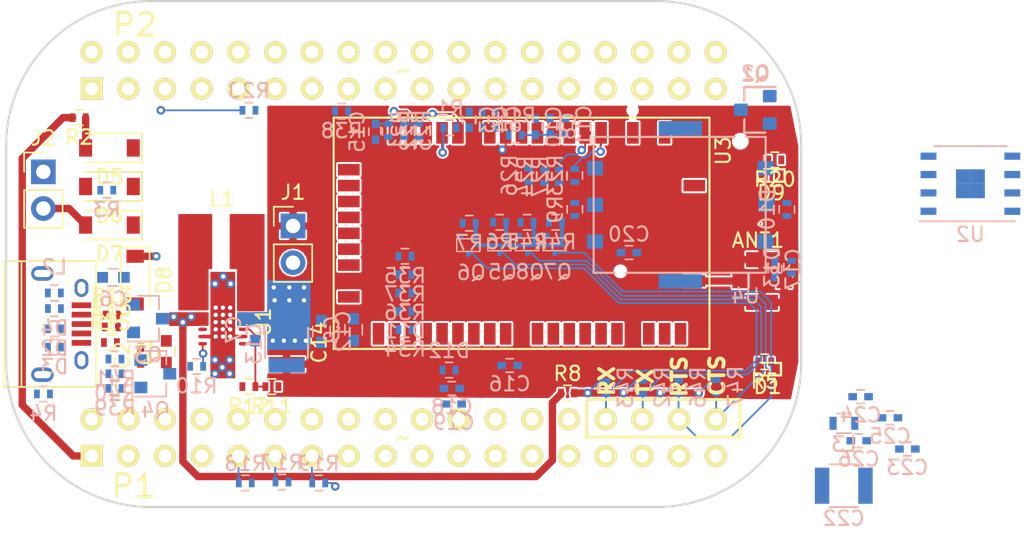
<source format=kicad_pcb>
(kicad_pcb (version 4) (host pcbnew 4.0.7)
  (title_block (title "PocketBeagle KiCAD") (date 2017-08-14) (comment 1 "Prototyped by: GHI Electronics, LLC") (comment 2 "Converted to KiCAD: QWERTY Embedded Design, LLC"))
  (layers (0 Top signal) (1 VDD signal hide) (2 DigitalGND signal) (31 Bottom signal) (34 B.Paste user) (35 F.Paste user) (36 B.SilkS user) (37 F.SilkS user) (38 B.Mask user) (39 F.Mask user) (44 Edge.Cuts user))
  (net 0 "")
  (net 1 GND)
  (net 2 USB_DC)
  (net 3 VDD_5V)
  (net 4 VDD_3V3B)
  (net 5 SYS_5V)
  (net 6 VIN.BAT)
  (net 7 "/(U1.P12)PWM1A")
  (net 8 "/(U1.T16)")
  (net 9 "/(U1.P5)GPIO-0.23")
  (net 10 "/(U1.R15)")
  (net 11 "/(U1.P15)UART4.RX")
  (net 12 "/(U1.T15)")
  (net 13 "/(U1.R16)UART4.TX")
  (net 14 "/(U1.N14)")
  (net 15 "/(U1.B11)I2C1.SCL")
  (net 16 "/(U1.R13)")
  (net 17 "/(U1.A11)I2C1.SDA")
  (net 18 "/(U1.T11)PWR.BTN")
  (net 19 /BAT.TEMP)
  (net 20 "/(U1.T7)")
  (net 21 "/(U1.P7)PRU-0.15")
  (net 22 "/(U1.T5)")
  (net 23 "/(U1.R7)")
  (net 24 "/(U1.T6)PRU-0.14")
  (net 25 "/(U1.P6)")
  (net 26 "/(U1.C13)SPI1.MOSI")
  (net 27 "/(U1.R11)RESET#")
  (net 28 "/(U1.C12)SPI1.MISO")
  (net 29 "/(U1.C3)PRU-0.6")
  (net 30 "/(U1.C5)SPI1.CLK")
  (net 31 "/(U1.B1)PRU-0.3")
  (net 32 "/(U1.A4)SPI1.CS")
  (net 33 "/(U1.B2)PRU-0.2")
  (net 34 "/(U1.R6)")
  (net 35 "/(U1.B3)PRU-0.5")
  (net 36 "/(U1.F3)AIN5~3.3V")
  (net 37 "/(U1.N13)AIN7~1.8V")
  (net 38 "/(U1.A1)PWM0A")
  (net 39 "/(U1.F1)")
  (net 40 "/(U1.R5)GPIO-0.26")
  (net 41 "/(U1.A2)PRU-0.1")
  (net 42 "/(U1.A12)UART0.RX")
  (net 43 "/(U1.A3)PRU-0.4")
  (net 44 "/(U1.B12)UART0.TX")
  (net 45 "/(U1.C4)PRU-0.7")
  (net 46 "/(U1.A10)I2C2.SCL")
  (net 47 "/(U1.C7)AIN4~1.8V")
  (net 48 "/(U1.B10)I2C2.SDA")
  (net 49 "/(U1.C6)AIN3~1.8V")
  (net 50 "/(U1.B6)AIN2~1.8V")
  (net 51 "/(U1.B8)AIN1~1.8V")
  (net 52 "/(U1.B4)PRU-0.16")
  (net 53 "/(U1.A8)AIN0~1.8V")
  (net 54 "/(U1.B7)VREF+")
  (net 55 "/(U1.B9)VREF-")
  (net 56 "/(U1.L14)USB1.ID")
  (net 57 "/(U1.B14)SPI0.MOSI")
  (net 58 "/(U1.L15)USB1.D+")
  (net 59 "/(U1.B13)SPI0.MISO")
  (net 60 "/(U1.L16)USB1.D-")
  (net 61 "/(U1.A13)SPI0.CLK")
  (net 62 "/(U1.A14)SPI0.CS")
  (net 63 "/(U1.M15)USB1.VBUS")
  (net 64 "/(U1.E1)")
  (net 65 "/(U1.M14)USB1.DRVVBUS")
  (net 66 "/(U1.F2)AIN6~3.3V")
  (net 67 "Net-(ANT1-Pad1)")
  (net 68 VCC)
  (net 69 "Net-(C2-Pad1)")
  (net 70 "Net-(C3-Pad1)")
  (net 71 "Net-(C6-Pad1)")
  (net 72 3.8V)
  (net 73 "Net-(C10-Pad1)")
  (net 74 /UBLOX_RESET_N)
  (net 75 /UBLOX_SIM_VSIM)
  (net 76 /UBLOX_SIM_IO)
  (net 77 /UBLOX_SIM_CLK)
  (net 78 /UBLOX_SIM_RST)
  (net 79 /UBLOX_VCC)
  (net 80 "Net-(D1-Pad2)")
  (net 81 "Net-(D1-Pad1)")
  (net 82 "Net-(D3-Pad1)")
  (net 83 "Net-(D4-Pad1)")
  (net 84 "Net-(D5-Pad2)")
  (net 85 "Net-(D6-Pad2)")
  (net 86 /EXT_5V)
  (net 87 "Net-(D9-Pad2)")
  (net 88 "Net-(D9-Pad1)")
  (net 89 /UBLOX_CTS)
  (net 90 /UBLOX_RTS)
  (net 91 /UBLOX_RXD)
  (net 92 /UBLOX_TXD)
  (net 93 "Net-(J3-Pad4)")
  (net 94 "Net-(J3-Pad6)")
  (net 95 "Net-(L1-Pad1)")
  (net 96 "Net-(L1-Pad2)")
  (net 97 /GPIO1)
  (net 98 "Net-(R10-Pad2)")
  (net 99 "Net-(R11-Pad2)")
  (net 100 /UBLOX_SARA_USB_D_P)
  (net 101 /GPIO2)
  (net 102 /UBLOX_SARA_USB_D_N)
  (net 103 /UBLOX_PWR_ON)
  (net 104 "Net-(R22-Pad1)")
  (net 105 "Net-(R23-Pad1)")
  (net 106 "Net-(R24-Pad1)")
  (net 107 "Net-(R26-Pad1)")
  (net 108 "Net-(R27-Pad1)")
  (net 109 "Net-(R28-Pad1)")
  (net 110 "Net-(R34-Pad1)")
  (net 111 "Net-(R34-Pad2)")
  (net 112 "Net-(R35-Pad1)")
  (net 113 "Net-(R35-Pad2)")
  (net 114 "Net-(R36-Pad1)")
  (net 115 "Net-(R36-Pad2)")
  (net 116 "Net-(R37-Pad1)")
  (net 117 "Net-(R37-Pad2)")
  (net 118 "Net-(R38-Pad1)")
  (net 119 "Net-(R38-Pad2)")
  (net 120 "Net-(U2-Pad2)")
  (net 121 "Net-(U2-Pad4)")
  (net 122 "Net-(U2-Pad5)")
  (net 123 /UBLOX_1.8V_SUPPLY)
  (net 124 /GPIO3)
  (net 125 /GPIO4)
  (net 126 "Net-(U3-Pad26)")
  (net 127 "Net-(U3-Pad27)")
  (net 128 "Net-(U3-Pad31)")
  (net 129 /SIM_DET)
  (net 130 "Net-(U3-Pad44)")
  (net 131 "Net-(U3-Pad45)")
  (net 132 "Net-(U3-Pad46)")
  (net 133 "Net-(U3-Pad47)")
  (net 134 "Net-(U3-Pad48)")
  (net 135 "Net-(U3-Pad49)")
  (net 136 "Net-(U4-Pad4)")
  (net 137 "Net-(U4-Pad8)")
  (net 138 "Net-(D8-Pad2)")
  (net 139 "Net-(Q3-Pad2)")
  (net 140 "Net-(Q3-Pad3)")
  (net 141 "Net-(Q4-Pad3)")
  (net 142 "Net-(U3-Pad62)")
  (net 143 /LV)
  (net 144 /HV)
  (module beaglephone-pocket:SOT-523 (layer Bottom) (at 158.9405 104.3305 180)
    (fp_text reference Q7 (at -0.2 -1.9 180) (layer B.SilkS) (effects (justify mirror)))
    (fp_text value Q_NMOS_GSD)
    (pad 1 smd rect (at -0.5 0.58 180) (size 0.3 0.44) (layers Bottom B.Paste B.Mask) (net 143 /LV))
    (pad 2 smd rect (at 0.5 0.58 180) (size 0.3 0.44) (layers Bottom B.Paste B.Mask) (net 90 /UBLOX_RTS))
    (pad 3 smd rect (at 0 -0.58 180) (size 0.3 0.44) (layers Bottom B.Paste B.Mask) (net 40 "/(U1.R5)GPIO-0.26"))
  )
  (module Resistors_SMD:R_0402 (layer Bottom) (at 157.0355 102.8065)
    (fp_text reference R45 (at 0 1.35) (layer B.SilkS) (effects (justify mirror)))
    (fp_text value 10K)
    (pad 1 smd rect (at -0.45 0) (size 0.4 0.6) (layers Bottom B.Paste B.Mask) (net 89 /UBLOX_CTS))
    (pad 2 smd rect (at 0.45 0) (size 0.4 0.6) (layers Bottom B.Paste B.Mask) (net 143 /LV))
  )
  (module Resistors_SMD:R_0402 (layer Bottom) (at 160.3375 101.9175 270)
    (fp_text reference R9 (at 0 1.35 270) (layer B.SilkS) (effects (justify mirror)))
    (fp_text value 0)
    (pad 1 smd rect (at -0.45 0 270) (size 0.4 0.6) (layers Bottom B.Paste B.Mask) (net 123 /UBLOX_1.8V_SUPPLY))
    (pad 2 smd rect (at 0.45 0 270) (size 0.4 0.6) (layers Bottom B.Paste B.Mask) (net 143 /LV))
  )
  (module beaglephone-pocket:SARA-G3-U2 (layer Top) (at 156.6545 103.5685 270)
    (fp_text reference U3 (at -5.7 -13.95 270) (layer F.SilkS))
    (fp_text value SARA-U260)
    (pad 1 smd rect (at -6.95 -11 270) (size 1.5 0.8) (layers Top F.Paste F.Mask) (net 1 GND))
    (pad 2 smd rect (at -6.95 -9.9 270) (size 1.5 0.8) (layers Top F.Paste F.Mask) (net 104 "Net-(R22-Pad1)"))
    (pad 3 smd rect (at -6.95 -8.8 270) (size 1.5 0.8) (layers Top F.Paste F.Mask) (net 1 GND))
    (pad 4 smd rect (at -6.95 -7.7 270) (size 1.5 0.8) (layers Top F.Paste F.Mask) (net 123 /UBLOX_1.8V_SUPPLY))
    (pad 5 smd rect (at -6.95 -6.6 270) (size 1.5 0.8) (layers Top F.Paste F.Mask) (net 1 GND))
    (pad 6 smd rect (at -6.95 -5.5 270) (size 1.5 0.8) (layers Top F.Paste F.Mask) (net 105 "Net-(R23-Pad1)"))
    (pad 7 smd rect (at -6.95 -4.4 270) (size 1.5 0.8) (layers Top F.Paste F.Mask) (net 108 "Net-(R27-Pad1)"))
    (pad 8 smd rect (at -6.95 -3.3 270) (size 1.5 0.8) (layers Top F.Paste F.Mask) (net 106 "Net-(R24-Pad1)"))
    (pad 9 smd rect (at -6.95 -2.2 270) (size 1.5 0.8) (layers Top F.Paste F.Mask) (net 107 "Net-(R26-Pad1)"))
    (pad 10 smd rect (at -6.95 -1.1 270) (size 1.5 0.8) (layers Top F.Paste F.Mask) (net 90 /UBLOX_RTS))
    (pad 11 smd rect (at -6.95 0 270) (size 1.5 0.8) (layers Top F.Paste F.Mask) (net 89 /UBLOX_CTS))
    (pad 12 smd rect (at -6.95 1.1 270) (size 1.5 0.8) (layers Top F.Paste F.Mask) (net 92 /UBLOX_TXD))
    (pad 13 smd rect (at -6.95 2.2 270) (size 1.5 0.8) (layers Top F.Paste F.Mask) (net 91 /UBLOX_RXD))
    (pad 14 smd rect (at -6.95 3.3 270) (size 1.5 0.8) (layers Top F.Paste F.Mask) (net 1 GND))
    (pad 15 smd rect (at -6.95 4.4 270) (size 1.5 0.8) (layers Top F.Paste F.Mask) (net 103 /UBLOX_PWR_ON))
    (pad 16 smd rect (at -6.95 5.5 270) (size 1.5 0.8) (layers Top F.Paste F.Mask) (net 97 /GPIO1))
    (pad 17 smd rect (at -6.95 6.6 270) (size 1.5 0.8) (layers Top F.Paste F.Mask) (net 109 "Net-(R28-Pad1)"))
    (pad 18 smd rect (at -6.95 7.7 270) (size 1.5 0.8) (layers Top F.Paste F.Mask) (net 74 /UBLOX_RESET_N))
    (pad 19 smd rect (at -6.95 8.8 270) (size 1.5 0.8) (layers Top F.Paste F.Mask) (net 119 "Net-(R38-Pad2)"))
    (pad 20 smd rect (at -6.95 9.9 270) (size 1.5 0.8) (layers Top F.Paste F.Mask) (net 1 GND))
    (pad 21 smd rect (at -6.95 11 270) (size 1.5 0.8) (layers Top F.Paste F.Mask) (net 1 GND))
    (pad 22 smd rect (at -5.5 11.95 270) (size 0.8 1.5) (layers Top F.Paste F.Mask) (net 1 GND))
    (pad 23 smd rect (at -4.4 11.95 270) (size 0.8 1.5) (layers Top F.Paste F.Mask) (net 101 /GPIO2))
    (pad 24 smd rect (at -3.3 11.95 270) (size 0.8 1.5) (layers Top F.Paste F.Mask) (net 124 /GPIO3))
    (pad 25 smd rect (at -2.2 11.95 270) (size 0.8 1.5) (layers Top F.Paste F.Mask) (net 125 /GPIO4))
    (pad 26 smd rect (at -1.1 11.95 270) (size 0.8 1.5) (layers Top F.Paste F.Mask) (net 126 "Net-(U3-Pad26)"))
    (pad 27 smd rect (at 0 11.95 270) (size 0.8 1.5) (layers Top F.Paste F.Mask) (net 127 "Net-(U3-Pad27)"))
    (pad 28 smd rect (at 1.1 11.95 270) (size 0.8 1.5) (layers Top F.Paste F.Mask) (net 102 /UBLOX_SARA_USB_D_N))
    (pad 29 smd rect (at 2.2 11.95 270) (size 0.8 1.5) (layers Top F.Paste F.Mask) (net 100 /UBLOX_SARA_USB_D_P))
    (pad 30 smd rect (at 3.3 11.95 270) (size 0.8 1.5) (layers Top F.Paste F.Mask) (net 1 GND))
    (pad 31 smd rect (at 4.4 11.95 270) (size 0.8 1.5) (layers Top F.Paste F.Mask) (net 128 "Net-(U3-Pad31)"))
    (pad 32 smd rect (at 5.5 11.95 270) (size 0.8 1.5) (layers Top F.Paste F.Mask) (net 1 GND))
    (pad 33 smd rect (at 6.95 11 270) (size 1.5 0.8) (layers Top F.Paste F.Mask) (net 1 GND))
    (pad 34 smd rect (at 6.95 9.9 270) (size 1.5 0.8) (layers Top F.Paste F.Mask) (net 117 "Net-(R37-Pad2)"))
    (pad 35 smd rect (at 6.95 8.8 270) (size 1.5 0.8) (layers Top F.Paste F.Mask) (net 111 "Net-(R34-Pad2)"))
    (pad 36 smd rect (at 6.95 7.7 270) (size 1.5 0.8) (layers Top F.Paste F.Mask) (net 115 "Net-(R36-Pad2)"))
    (pad 37 smd rect (at 6.95 6.6 270) (size 1.5 0.8) (layers Top F.Paste F.Mask) (net 113 "Net-(R35-Pad2)"))
    (pad 38 smd rect (at 6.95 5.5 270) (size 1.5 0.8) (layers Top F.Paste F.Mask) (net 77 /UBLOX_SIM_CLK))
    (pad 39 smd rect (at 6.95 4.4 270) (size 1.5 0.8) (layers Top F.Paste F.Mask) (net 76 /UBLOX_SIM_IO))
    (pad 40 smd rect (at 6.95 3.3 270) (size 1.5 0.8) (layers Top F.Paste F.Mask) (net 78 /UBLOX_SIM_RST))
    (pad 41 smd rect (at 6.95 2.2 270) (size 1.5 0.8) (layers Top F.Paste F.Mask) (net 75 /UBLOX_SIM_VSIM))
    (pad 42 smd rect (at 6.95 1.1 270) (size 1.5 0.8) (layers Top F.Paste F.Mask) (net 129 /SIM_DET))
    (pad 43 smd rect (at 6.95 0 270) (size 1.5 0.8) (layers Top F.Paste F.Mask) (net 1 GND))
    (pad 44 smd rect (at 6.95 -1.1 270) (size 1.5 0.8) (layers Top F.Paste F.Mask) (net 130 "Net-(U3-Pad44)"))
    (pad 45 smd rect (at 6.95 -2.2 270) (size 1.5 0.8) (layers Top F.Paste F.Mask) (net 131 "Net-(U3-Pad45)"))
    (pad 46 smd rect (at 6.95 -3.3 270) (size 1.5 0.8) (layers Top F.Paste F.Mask) (net 132 "Net-(U3-Pad46)"))
    (pad 47 smd rect (at 6.95 -4.4 270) (size 1.5 0.8) (layers Top F.Paste F.Mask) (net 133 "Net-(U3-Pad47)"))
    (pad 48 smd rect (at 6.95 -5.5 270) (size 1.5 0.8) (layers Top F.Paste F.Mask) (net 134 "Net-(U3-Pad48)"))
    (pad 49 smd rect (at 6.95 -6.6 270) (size 1.5 0.8) (layers Top F.Paste F.Mask) (net 135 "Net-(U3-Pad49)"))
    (pad 50 smd rect (at 6.95 -7.7 270) (size 1.5 0.8) (layers Top F.Paste F.Mask) (net 1 GND))
    (pad 51 smd rect (at 6.95 -8.8 270) (size 1.5 0.8) (layers Top F.Paste F.Mask) (net 79 /UBLOX_VCC))
    (pad 52 smd rect (at 6.95 -9.9 270) (size 1.5 0.8) (layers Top F.Paste F.Mask) (net 79 /UBLOX_VCC))
    (pad 53 smd rect (at 6.95 -11 270) (size 1.5 0.8) (layers Top F.Paste F.Mask) (net 79 /UBLOX_VCC))
    (pad 54 smd rect (at 5.5 -11.95 270) (size 0.8 1.5) (layers Top F.Paste F.Mask) (net 1 GND))
    (pad 55 smd rect (at 4.4 -11.95 270) (size 0.8 1.5) (layers Top F.Paste F.Mask) (net 1 GND))
    (pad 56 smd rect (at 3.3 -11.95 270) (size 0.8 1.5) (layers Top F.Paste F.Mask) (net 67 "Net-(ANT1-Pad1)"))
    (pad 57 smd rect (at 2.2 -11.95 270) (size 0.8 1.5) (layers Top F.Paste F.Mask) (net 1 GND))
    (pad 58 smd rect (at 1.1 -11.95 270) (size 0.8 1.5) (layers Top F.Paste F.Mask) (net 1 GND))
    (pad 59 smd rect (at 0 -11.95 270) (size 0.8 1.5) (layers Top F.Paste F.Mask) (net 1 GND))
    (pad 60 smd rect (at -1.1 -11.95 270) (size 0.8 1.5) (layers Top F.Paste F.Mask) (net 1 GND))
    (pad 61 smd rect (at -2.2 -11.95 270) (size 0.8 1.5) (layers Top F.Paste F.Mask) (net 1 GND))
    (pad 62 smd rect (at -3.3 -11.95 270) (size 0.8 1.5) (layers Top F.Paste F.Mask) (net 142 "Net-(U3-Pad62)"))
    (pad 63 smd rect (at -4.4 -11.95 270) (size 0.8 1.5) (layers Top F.Paste F.Mask) (net 1 GND))
    (pad 64 smd rect (at -5.5 -11.95 270) (size 0.8 1.5) (layers Top F.Paste F.Mask) (net 1 GND))
    (pad 65 smd rect (at -5.25 -10.25 270) (size 1.1 1.1) (layers Top F.Paste F.Mask) (net 1 GND))
    (pad 66 smd rect (at -3.15 -10.25 270) (size 1.1 1.1) (layers Top F.Paste F.Mask) (net 1 GND))
    (pad 67 smd rect (at -1.05 -10.25 270) (size 1.1 1.1) (layers Top F.Paste F.Mask) (net 1 GND))
    (pad 68 smd rect (at 1.05 -10.25 270) (size 1.1 1.1) (layers Top F.Paste F.Mask) (net 1 GND))
    (pad 69 smd rect (at 3.15 -10.25 270) (size 1.1 1.1) (layers Top F.Paste F.Mask) (net 1 GND))
    (pad 70 smd rect (at 5.25 -10.25 270) (size 1.1 1.1) (layers Top F.Paste F.Mask) (net 1 GND))
    (pad 71 smd rect (at -5.25 -8.45 270) (size 1.1 1.1) (layers Top F.Paste F.Mask) (net 1 GND))
    (pad 72 smd rect (at -3.15 -8.45 270) (size 1.1 1.1) (layers Top F.Paste F.Mask) (net 1 GND))
    (pad 73 smd rect (at -1.05 -8.45 270) (size 1.1 1.1) (layers Top F.Paste F.Mask) (net 1 GND))
    (pad 74 smd rect (at 1.05 -8.45 270) (size 1.1 1.1) (layers Top F.Paste F.Mask) (net 1 GND))
    (pad 75 smd rect (at 3.15 -8.45 270) (size 1.1 1.1) (layers Top F.Paste F.Mask) (net 1 GND))
    (pad 76 smd rect (at 5.25 -8.45 270) (size 1.1 1.1) (layers Top F.Paste F.Mask) (net 1 GND))
    (pad 77 smd rect (at -5.25 -6.65 270) (size 1.1 1.1) (layers Top F.Paste F.Mask) (net 1 GND))
    (pad 78 smd rect (at 5.25 -6.65 270) (size 1.1 1.1) (layers Top F.Paste F.Mask) (net 1 GND))
    (pad 79 smd rect (at -5.25 -3.05 270) (size 1.1 1.1) (layers Top F.Paste F.Mask) (net 1 GND))
    (pad 80 smd rect (at 5.25 -3.05 270) (size 1.1 1.1) (layers Top F.Paste F.Mask) (net 1 GND))
    (pad 81 smd rect (at -5.25 3.05 270) (size 1.1 1.1) (layers Top F.Paste F.Mask) (net 1 GND))
    (pad 82 smd rect (at 5.25 3.05 270) (size 1.1 1.1) (layers Top F.Paste F.Mask) (net 1 GND))
    (pad 83 smd rect (at -5.25 6.65 270) (size 1.1 1.1) (layers Top F.Paste F.Mask) (net 1 GND))
    (pad 84 smd rect (at 5.25 6.65 270) (size 1.1 1.1) (layers Top F.Paste F.Mask) (net 1 GND))
    (pad 85 smd rect (at -5.25 8.25 270) (size 1.1 1.1) (layers Top F.Paste F.Mask) (net 1 GND))
    (pad 86 smd rect (at -3.15 8.25 270) (size 1.1 1.1) (layers Top F.Paste F.Mask) (net 1 GND))
    (pad 87 smd rect (at -1.05 8.25 270) (size 1.1 1.1) (layers Top F.Paste F.Mask) (net 1 GND))
    (pad 88 smd rect (at 1.05 8.25 270) (size 1.1 1.1) (layers Top F.Paste F.Mask) (net 1 GND))
    (pad 89 smd rect (at 3.15 8.25 270) (size 1.1 1.1) (layers Top F.Paste F.Mask) (net 1 GND))
    (pad 90 smd rect (at 5.25 8.25 270) (size 1.1 1.1) (layers Top F.Paste F.Mask) (net 1 GND))
    (pad 91 smd rect (at -5.25 10.05 270) (size 1.1 1.1) (layers Top F.Paste F.Mask) (net 1 GND))
    (pad 92 smd rect (at -3.3 10.05 270) (size 1.1 1.1) (layers Top F.Paste F.Mask) (net 1 GND))
    (pad 93 smd rect (at -1.15 10.05 270) (size 1.1 1.1) (layers Top F.Paste F.Mask) (net 1 GND))
    (pad 94 smd rect (at 1.05 10.05 270) (size 1.1 1.1) (layers Top F.Paste F.Mask) (net 1 GND))
    (pad 95 smd rect (at 3.15 10.05 270) (size 1.1 1.1) (layers Top F.Paste F.Mask) (net 1 GND))
    (pad 96 smd rect (at 5.25 10.05 270) (size 1.1 1.1) (layers Top F.Paste F.Mask) (net 1 GND))
  )
  (module Resistors_SMD:R_0402 (layer Bottom) (at 148.5265 96.4565 90)
    (fp_text reference R25 (at 0 1.35 90) (layer B.SilkS) (effects (justify mirror)))
    (fp_text value 100K)
    (pad 1 smd rect (at -0.45 0 90) (size 0.4 0.6) (layers Bottom B.Paste B.Mask) (net 104 "Net-(R22-Pad1)"))
    (pad 2 smd rect (at 0.45 0 90) (size 0.4 0.6) (layers Bottom B.Paste B.Mask) (net 103 /UBLOX_PWR_ON))
  )
  (module Resistors_SMD:R_0402 (layer Bottom) (at 149.5425 96.4565 270)
    (fp_text reference R21 (at 0 1.35 270) (layer B.SilkS) (effects (justify mirror)))
    (fp_text value NOPE)
    (pad 1 smd rect (at -0.45 0 270) (size 0.4 0.6) (layers Bottom B.Paste B.Mask) (net 103 /UBLOX_PWR_ON))
    (pad 2 smd rect (at 0.45 0 270) (size 0.4 0.6) (layers Bottom B.Paste B.Mask) (net 1 GND))
  )
  (module Resistors_SMD:R_0402 (layer Bottom) (at 147.447 96.4565 90)
    (fp_text reference R22 (at 0 1.35 90) (layer B.SilkS) (effects (justify mirror)))
    (fp_text value NOPE)
    (pad 1 smd rect (at -0.45 0 90) (size 0.4 0.6) (layers Bottom B.Paste B.Mask) (net 104 "Net-(R22-Pad1)"))
    (pad 2 smd rect (at 0.45 0 90) (size 0.4 0.6) (layers Bottom B.Paste B.Mask) (net 74 /UBLOX_RESET_N))
  )
  (module Capacitors_SMD:C_0402 (layer Bottom) (at 146.558 96.5415 270)
    (fp_text reference C15 (at 0 1.27 270) (layer B.SilkS) (effects (justify mirror)))
    (fp_text value NOPE)
    (pad 1 smd rect (at -0.55 0 270) (size 0.6 0.5) (layers Bottom B.Paste B.Mask) (net 74 /UBLOX_RESET_N))
    (pad 2 smd rect (at 0.55 0 270) (size 0.6 0.5) (layers Bottom B.Paste B.Mask) (net 1 GND))
  )
  (module Resistors_SMD:R_0402 (layer Bottom) (at 144.2085 95.123)
    (fp_text reference R38 (at 0 1.35) (layer B.SilkS) (effects (justify mirror)))
    (fp_text value NOPE)
    (pad 1 smd rect (at -0.45 0) (size 0.4 0.6) (layers Bottom B.Paste B.Mask) (net 118 "Net-(R38-Pad1)"))
    (pad 2 smd rect (at 0.45 0) (size 0.4 0.6) (layers Bottom B.Paste B.Mask) (net 119 "Net-(R38-Pad2)"))
  )
  (module Resistors_SMD:R_0402 (layer Top) (at 137.7895 114.173 180)
    (fp_text reference R12 (at 0 -1.35 180) (layer F.SilkS))
    (fp_text value 150K)
    (pad 1 smd rect (at -0.45 0 180) (size 0.4 0.6) (layers Top F.Paste F.Mask) (net 99 "Net-(R11-Pad2)"))
    (pad 2 smd rect (at 0.45 0 180) (size 0.4 0.6) (layers Top F.Paste F.Mask) (net 1 GND))
  )
  (module Capacitors_SMD:C_0603 (layer Bottom) (at 138.2395 110.236 270)
    (fp_text reference C7 (at 0 1.5 270) (layer B.SilkS) (effects (justify mirror)))
    (fp_text value 22U)
    (pad 2 smd rect (at 0.75 0 270) (size 0.8 0.75) (layers Bottom B.Paste B.Mask) (net 1 GND))
    (pad 1 smd rect (at -0.75 0 270) (size 0.8 0.75) (layers Bottom B.Paste B.Mask) (net 72 3.8V))
  )
  (module beaglephone-pocket:via (layer Top) (at 136.525 107.061)
    (fp_text reference REF** hide)
    (fp_text value via hide)
    (pad 1 thru_hole circle (at 0 0) (size 0.59944 0.59944) (drill 0.29972) (layers *.Cu) (net 1 GND))
  )
  (module beaglephone-pocket:via (layer Top) (at 136.017 106.553)
    (fp_text reference REF** hide)
    (fp_text value via hide)
    (pad 1 thru_hole circle (at 0 0) (size 0.59944 0.59944) (drill 0.29972) (layers *.Cu) (net 1 GND))
  )
  (module beaglephone-pocket:via (layer Top) (at 135.4455 107.061)
    (fp_text reference REF** hide)
    (fp_text value via hide)
    (pad 1 thru_hole circle (at 0 0) (size 0.59944 0.59944) (drill 0.29972) (layers *.Cu) (net 1 GND))
  )
  (module beaglephone-pocket:via (layer Top) (at 135.4455 113.284)
    (fp_text reference REF** hide)
    (fp_text value via hide)
    (pad 1 thru_hole circle (at 0 0) (size 0.59944 0.59944) (drill 0.29972) (layers *.Cu) (net 1 GND))
  )
  (module beaglephone-pocket:via (layer Top) (at 135.4455 112.3315)
    (fp_text reference REF** hide)
    (fp_text value via hide)
    (pad 1 thru_hole circle (at 0 0) (size 0.59944 0.59944) (drill 0.29972) (layers *.Cu) (net 1 GND))
  )
  (module beaglephone-pocket:via (layer Top) (at 135.9535 112.8395)
    (fp_text reference REF** hide)
    (fp_text value via hide)
    (pad 1 thru_hole circle (at 0 0) (size 0.59944 0.59944) (drill 0.29972) (layers *.Cu) (net 1 GND))
  )
  (module beaglephone-pocket:via (layer Top) (at 136.4615 113.284)
    (fp_text reference REF** hide)
    (fp_text value via hide)
    (pad 1 thru_hole circle (at 0 0) (size 0.59944 0.59944) (drill 0.29972) (layers *.Cu) (net 1 GND))
  )
  (module beaglephone-pocket:via (layer Top) (at 136.4615 112.3315)
    (fp_text reference REF** hide)
    (fp_text value via hide)
    (pad 1 thru_hole circle (at 0 0) (size 0.59944 0.59944) (drill 0.29972) (layers *.Cu) (net 1 GND))
  )
  (module beaglephone-pocket:via (layer Top) (at 132.588 109.347)
    (fp_text reference REF** hide)
    (fp_text value via hide)
    (pad 1 thru_hole circle (at 0 0) (size 0.59944 0.59944) (drill 0.29972) (layers *.Cu) (net 68 VCC))
  )
  (module beaglephone-pocket:via (layer Top) (at 133.223 109.728)
    (fp_text reference REF** hide)
    (fp_text value via hide)
    (pad 1 thru_hole circle (at 0 0) (size 0.59944 0.59944) (drill 0.29972) (layers *.Cu) (net 68 VCC))
  )
  (module beaglephone-pocket:via (layer Top) (at 133.7945 109.347)
    (fp_text reference REF** hide)
    (fp_text value via hide)
    (pad 1 thru_hole circle (at 0 0) (size 0.59944 0.59944) (drill 0.29972) (layers *.Cu) (net 68 VCC))
  )
  (module beaglephone-pocket:via (layer Top) (at 141.605 107.315)
    (fp_text reference REF** hide)
    (fp_text value via hide)
    (pad 1 thru_hole circle (at 0 0) (size 0.59944 0.59944) (drill 0.29972) (layers *.Cu) (net 72 3.8V))
  )
  (module beaglephone-pocket:via (layer Top) (at 140.589 107.315)
    (fp_text reference REF** hide)
    (fp_text value via hide)
    (pad 1 thru_hole circle (at 0 0) (size 0.59944 0.59944) (drill 0.29972) (layers *.Cu) (net 72 3.8V))
  )
  (module beaglephone-pocket:via (layer Top) (at 139.5095 107.315)
    (fp_text reference REF** hide)
    (fp_text value via hide)
    (pad 1 thru_hole circle (at 0 0) (size 0.59944 0.59944) (drill 0.29972) (layers *.Cu) (net 72 3.8V))
  )
  (module beaglephone-pocket:via (layer Top) (at 139.573 108.204)
    (fp_text reference REF** hide)
    (fp_text value via hide)
    (pad 1 thru_hole circle (at 0 0) (size 0.59944 0.59944) (drill 0.29972) (layers *.Cu) (net 72 3.8V))
  )
  (module beaglephone-pocket:via (layer Top) (at 140.589 108.204)
    (fp_text reference REF** hide)
    (fp_text value via hide)
    (pad 1 thru_hole circle (at 0 0) (size 0.59944 0.59944) (drill 0.29972) (layers *.Cu) (net 72 3.8V))
  )
  (module beaglephone-pocket:via (layer Top) (at 141.605 108.204)
    (fp_text reference REF** hide)
    (fp_text value via hide)
    (pad 1 thru_hole circle (at 0 0) (size 0.59944 0.59944) (drill 0.29972) (layers *.Cu) (net 72 3.8V))
  )
  (module beaglephone-pocket:via (layer Top) (at 141.732 110.998)
    (fp_text reference REF** hide)
    (fp_text value via hide)
    (pad 1 thru_hole circle (at 0 0) (size 0.59944 0.59944) (drill 0.29972) (layers *.Cu) (net 72 3.8V))
  )
  (module beaglephone-pocket:via (layer Top) (at 140.97 110.998)
    (fp_text reference REF** hide)
    (fp_text value via hide)
    (pad 1 thru_hole circle (at 0 0) (size 0.59944 0.59944) (drill 0.29972) (layers *.Cu) (net 72 3.8V))
  )
  (module beaglephone-pocket:via (layer Top) (at 140.208 110.998)
    (fp_text reference REF** hide)
    (fp_text value via hide)
    (pad 1 thru_hole circle (at 0 0) (size 0.59944 0.59944) (drill 0.29972) (layers *.Cu) (net 72 3.8V))
  )
  (module "PocketBeagle.pretty:TH-2X18-(35MIL-DIA)-W_O-SILK" (layer Top) (at 148.5011 117.7036)
    (fp_text reference P1 (at -18.68678 3.34518) (layer F.SilkS) (effects (font (size 1.56845 1.56845) (thickness 0.19812))))
    (fp_text value ~ (at 0 0) (layer F.SilkS))
    (pad 36 thru_hole circle (at 21.59 -1.27) (size 1.524 1.524) (drill 0.889) (layers *.Cu *.Mask F.SilkS) (net 38 "/(U1.A1)PWM0A"))
    (pad 35 thru_hole circle (at 21.59 1.27) (size 1.524 1.524) (drill 0.889) (layers *.Cu *.Mask F.SilkS) (net 39 "/(U1.F1)"))
    (pad 34 thru_hole circle (at 19.05 -1.27) (size 1.524 1.524) (drill 0.889) (layers *.Cu *.Mask F.SilkS) (net 40 "/(U1.R5)GPIO-0.26"))
    (pad 33 thru_hole circle (at 19.05 1.27) (size 1.524 1.524) (drill 0.889) (layers *.Cu *.Mask F.SilkS) (net 41 "/(U1.A2)PRU-0.1"))
    (pad 32 thru_hole circle (at 16.51 -1.27) (size 1.524 1.524) (drill 0.889) (layers *.Cu *.Mask F.SilkS) (net 42 "/(U1.A12)UART0.RX"))
    (pad 31 thru_hole circle (at 16.51 1.27) (size 1.524 1.524) (drill 0.889) (layers *.Cu *.Mask F.SilkS) (net 43 "/(U1.A3)PRU-0.4"))
    (pad 30 thru_hole circle (at 13.97 -1.27) (size 1.524 1.524) (drill 0.889) (layers *.Cu *.Mask F.SilkS) (net 44 "/(U1.B12)UART0.TX"))
    (pad 29 thru_hole circle (at 13.97 1.27) (size 1.524 1.524) (drill 0.889) (layers *.Cu *.Mask F.SilkS) (net 45 "/(U1.C4)PRU-0.7"))
    (pad 28 thru_hole circle (at 11.43 -1.27) (size 1.524 1.524) (drill 0.889) (layers *.Cu *.Mask F.SilkS) (net 46 "/(U1.A10)I2C2.SCL"))
    (pad 27 thru_hole circle (at 11.43 1.27) (size 1.524 1.524) (drill 0.889) (layers *.Cu *.Mask F.SilkS) (net 47 "/(U1.C7)AIN4~1.8V"))
    (pad 26 thru_hole circle (at 8.89 -1.27) (size 1.524 1.524) (drill 0.889) (layers *.Cu *.Mask F.SilkS) (net 48 "/(U1.B10)I2C2.SDA"))
    (pad 25 thru_hole circle (at 8.89 1.27) (size 1.524 1.524) (drill 0.889) (layers *.Cu *.Mask F.SilkS) (net 49 "/(U1.C6)AIN3~1.8V"))
    (pad 24 thru_hole circle (at 6.35 -1.27) (size 1.524 1.524) (drill 0.889) (layers *.Cu *.Mask F.SilkS) (net 5 SYS_5V))
    (pad 23 thru_hole circle (at 6.35 1.27) (size 1.524 1.524) (drill 0.889) (layers *.Cu *.Mask F.SilkS) (net 50 "/(U1.B6)AIN2~1.8V"))
    (pad 22 thru_hole circle (at 3.81 -1.27) (size 1.524 1.524) (drill 0.889) (layers *.Cu *.Mask F.SilkS) (net 1 GND))
    (pad 21 thru_hole circle (at 3.81 1.27) (size 1.524 1.524) (drill 0.889) (layers *.Cu *.Mask F.SilkS) (net 51 "/(U1.B8)AIN1~1.8V"))
    (pad 20 thru_hole circle (at 1.27 -1.27) (size 1.524 1.524) (drill 0.889) (layers *.Cu *.Mask F.SilkS) (net 52 "/(U1.B4)PRU-0.16"))
    (pad 19 thru_hole circle (at 1.27 1.27) (size 1.524 1.524) (drill 0.889) (layers *.Cu *.Mask F.SilkS) (net 53 "/(U1.A8)AIN0~1.8V"))
    (pad 18 thru_hole circle (at -1.27 -1.27) (size 1.524 1.524) (drill 0.889) (layers *.Cu *.Mask F.SilkS) (net 54 "/(U1.B7)VREF+"))
    (pad 17 thru_hole circle (at -1.27 1.27) (size 1.524 1.524) (drill 0.889) (layers *.Cu *.Mask F.SilkS) (net 55 "/(U1.B9)VREF-"))
    (pad 16 thru_hole circle (at -3.81 -1.27) (size 1.524 1.524) (drill 0.889) (layers *.Cu *.Mask F.SilkS) (net 1 GND))
    (pad 15 thru_hole circle (at -3.81 1.27) (size 1.524 1.524) (drill 0.889) (layers *.Cu *.Mask F.SilkS) (net 1 GND))
    (pad 14 thru_hole circle (at -6.35 -1.27) (size 1.524 1.524) (drill 0.889) (layers *.Cu *.Mask F.SilkS) (net 4 VDD_3V3B))
    (pad 13 thru_hole circle (at -6.35 1.27) (size 1.524 1.524) (drill 0.889) (layers *.Cu *.Mask F.SilkS) (net 56 "/(U1.L14)USB1.ID"))
    (pad 12 thru_hole circle (at -8.89 -1.27) (size 1.524 1.524) (drill 0.889) (layers *.Cu *.Mask F.SilkS) (net 57 "/(U1.B14)SPI0.MOSI"))
    (pad 11 thru_hole circle (at -8.89 1.27) (size 1.524 1.524) (drill 0.889) (layers *.Cu *.Mask F.SilkS) (net 58 "/(U1.L15)USB1.D+"))
    (pad 10 thru_hole circle (at -11.43 -1.27) (size 1.524 1.524) (drill 0.889) (layers *.Cu *.Mask F.SilkS) (net 59 "/(U1.B13)SPI0.MISO"))
    (pad 9 thru_hole circle (at -11.43 1.27) (size 1.524 1.524) (drill 0.889) (layers *.Cu *.Mask F.SilkS) (net 60 "/(U1.L16)USB1.D-"))
    (pad 8 thru_hole circle (at -13.97 -1.27) (size 1.524 1.524) (drill 0.889) (layers *.Cu *.Mask F.SilkS) (net 61 "/(U1.A13)SPI0.CLK"))
    (pad 7 thru_hole circle (at -13.97 1.27) (size 1.524 1.524) (drill 0.889) (layers *.Cu *.Mask F.SilkS) (net 2 USB_DC))
    (pad 6 thru_hole circle (at -16.51 -1.27) (size 1.524 1.524) (drill 0.889) (layers *.Cu *.Mask F.SilkS) (net 62 "/(U1.A14)SPI0.CS"))
    (pad 5 thru_hole circle (at -16.51 1.27) (size 1.524 1.524) (drill 0.889) (layers *.Cu *.Mask F.SilkS) (net 63 "/(U1.M15)USB1.VBUS"))
    (pad 4 thru_hole circle (at -19.05 -1.27) (size 1.524 1.524) (drill 0.889) (layers *.Cu *.Mask F.SilkS) (net 64 "/(U1.E1)"))
    (pad 3 thru_hole circle (at -19.05 1.27) (size 1.524 1.524) (drill 0.889) (layers *.Cu *.Mask F.SilkS) (net 65 "/(U1.M14)USB1.DRVVBUS"))
    (pad 2 thru_hole circle (at -21.59 -1.27) (size 1.524 1.524) (drill 0.889) (layers *.Cu *.Mask F.SilkS) (net 66 "/(U1.F2)AIN6~3.3V"))
    (pad 1 thru_hole rect (at -21.59 1.27) (size 1.524 1.524) (drill 0.889) (layers *.Cu *.Mask F.SilkS) (net 3 VDD_5V))
  )
  (module "PocketBeagle.pretty:TH-2X18-(35MIL-DIA)-W_O-SILK" (layer Top) (at 148.5011 92.3036)
    (fp_text reference P2 (at -18.6055 -3.15468 180) (layer F.SilkS) (effects (font (size 1.56845 1.56845) (thickness 0.19812))))
    (fp_text value ~ (at 0 0) (layer F.SilkS))
    (pad 36 thru_hole circle (at 21.59 -1.27) (size 1.524 1.524) (drill 0.889) (layers *.Cu *.Mask F.SilkS) (net 37 "/(U1.N13)AIN7~1.8V"))
    (pad 35 thru_hole circle (at 21.59 1.27) (size 1.524 1.524) (drill 0.889) (layers *.Cu *.Mask F.SilkS) (net 36 "/(U1.F3)AIN5~3.3V"))
    (pad 34 thru_hole circle (at 19.05 -1.27) (size 1.524 1.524) (drill 0.889) (layers *.Cu *.Mask F.SilkS) (net 35 "/(U1.B3)PRU-0.5"))
    (pad 33 thru_hole circle (at 19.05 1.27) (size 1.524 1.524) (drill 0.889) (layers *.Cu *.Mask F.SilkS) (net 34 "/(U1.R6)"))
    (pad 32 thru_hole circle (at 16.51 -1.27) (size 1.524 1.524) (drill 0.889) (layers *.Cu *.Mask F.SilkS) (net 33 "/(U1.B2)PRU-0.2"))
    (pad 31 thru_hole circle (at 16.51 1.27) (size 1.524 1.524) (drill 0.889) (layers *.Cu *.Mask F.SilkS) (net 32 "/(U1.A4)SPI1.CS"))
    (pad 30 thru_hole circle (at 13.97 -1.27) (size 1.524 1.524) (drill 0.889) (layers *.Cu *.Mask F.SilkS) (net 31 "/(U1.B1)PRU-0.3"))
    (pad 29 thru_hole circle (at 13.97 1.27) (size 1.524 1.524) (drill 0.889) (layers *.Cu *.Mask F.SilkS) (net 30 "/(U1.C5)SPI1.CLK"))
    (pad 28 thru_hole circle (at 11.43 -1.27) (size 1.524 1.524) (drill 0.889) (layers *.Cu *.Mask F.SilkS) (net 29 "/(U1.C3)PRU-0.6"))
    (pad 27 thru_hole circle (at 11.43 1.27) (size 1.524 1.524) (drill 0.889) (layers *.Cu *.Mask F.SilkS) (net 28 "/(U1.C12)SPI1.MISO"))
    (pad 26 thru_hole circle (at 8.89 -1.27) (size 1.524 1.524) (drill 0.889) (layers *.Cu *.Mask F.SilkS) (net 27 "/(U1.R11)RESET#"))
    (pad 25 thru_hole circle (at 8.89 1.27) (size 1.524 1.524) (drill 0.889) (layers *.Cu *.Mask F.SilkS) (net 26 "/(U1.C13)SPI1.MOSI"))
    (pad 24 thru_hole circle (at 6.35 -1.27) (size 1.524 1.524) (drill 0.889) (layers *.Cu *.Mask F.SilkS) (net 25 "/(U1.P6)"))
    (pad 23 thru_hole circle (at 6.35 1.27) (size 1.524 1.524) (drill 0.889) (layers *.Cu *.Mask F.SilkS) (net 4 VDD_3V3B))
    (pad 22 thru_hole circle (at 3.81 -1.27) (size 1.524 1.524) (drill 0.889) (layers *.Cu *.Mask F.SilkS) (net 24 "/(U1.T6)PRU-0.14"))
    (pad 21 thru_hole circle (at 3.81 1.27) (size 1.524 1.524) (drill 0.889) (layers *.Cu *.Mask F.SilkS) (net 1 GND))
    (pad 20 thru_hole circle (at 1.27 -1.27) (size 1.524 1.524) (drill 0.889) (layers *.Cu *.Mask F.SilkS) (net 23 "/(U1.R7)"))
    (pad 19 thru_hole circle (at 1.27 1.27) (size 1.524 1.524) (drill 0.889) (layers *.Cu *.Mask F.SilkS) (net 22 "/(U1.T5)"))
    (pad 18 thru_hole circle (at -1.27 -1.27) (size 1.524 1.524) (drill 0.889) (layers *.Cu *.Mask F.SilkS) (net 21 "/(U1.P7)PRU-0.15"))
    (pad 17 thru_hole circle (at -1.27 1.27) (size 1.524 1.524) (drill 0.889) (layers *.Cu *.Mask F.SilkS) (net 20 "/(U1.T7)"))
    (pad 16 thru_hole circle (at -3.81 -1.27) (size 1.524 1.524) (drill 0.889) (layers *.Cu *.Mask F.SilkS) (net 19 /BAT.TEMP))
    (pad 15 thru_hole circle (at -3.81 1.27) (size 1.524 1.524) (drill 0.889) (layers *.Cu *.Mask F.SilkS) (net 1 GND))
    (pad 14 thru_hole circle (at -6.35 -1.27) (size 1.524 1.524) (drill 0.889) (layers *.Cu *.Mask F.SilkS) (net 6 VIN.BAT))
    (pad 13 thru_hole circle (at -6.35 1.27) (size 1.524 1.524) (drill 0.889) (layers *.Cu *.Mask F.SilkS) (net 5 SYS_5V))
    (pad 12 thru_hole circle (at -8.89 -1.27) (size 1.524 1.524) (drill 0.889) (layers *.Cu *.Mask F.SilkS) (net 18 "/(U1.T11)PWR.BTN"))
    (pad 11 thru_hole circle (at -8.89 1.27) (size 1.524 1.524) (drill 0.889) (layers *.Cu *.Mask F.SilkS) (net 17 "/(U1.A11)I2C1.SDA"))
    (pad 10 thru_hole circle (at -11.43 -1.27) (size 1.524 1.524) (drill 0.889) (layers *.Cu *.Mask F.SilkS) (net 16 "/(U1.R13)"))
    (pad 9 thru_hole circle (at -11.43 1.27) (size 1.524 1.524) (drill 0.889) (layers *.Cu *.Mask F.SilkS) (net 15 "/(U1.B11)I2C1.SCL"))
    (pad 8 thru_hole circle (at -13.97 -1.27) (size 1.524 1.524) (drill 0.889) (layers *.Cu *.Mask F.SilkS) (net 14 "/(U1.N14)"))
    (pad 7 thru_hole circle (at -13.97 1.27) (size 1.524 1.524) (drill 0.889) (layers *.Cu *.Mask F.SilkS) (net 13 "/(U1.R16)UART4.TX"))
    (pad 6 thru_hole circle (at -16.51 -1.27) (size 1.524 1.524) (drill 0.889) (layers *.Cu *.Mask F.SilkS) (net 12 "/(U1.T15)"))
    (pad 5 thru_hole circle (at -16.51 1.27) (size 1.524 1.524) (drill 0.889) (layers *.Cu *.Mask F.SilkS) (net 11 "/(U1.P15)UART4.RX"))
    (pad 4 thru_hole circle (at -19.05 -1.27) (size 1.524 1.524) (drill 0.889) (layers *.Cu *.Mask F.SilkS) (net 10 "/(U1.R15)"))
    (pad 3 thru_hole circle (at -19.05 1.27) (size 1.524 1.524) (drill 0.889) (layers *.Cu *.Mask F.SilkS) (net 9 "/(U1.P5)GPIO-0.23"))
    (pad 2 thru_hole circle (at -21.59 -1.27) (size 1.524 1.524) (drill 0.889) (layers *.Cu *.Mask F.SilkS) (net 8 "/(U1.T16)"))
    (pad 1 thru_hole rect (at -21.59 1.27) (size 1.524 1.524) (drill 0.889) (layers *.Cu *.Mask F.SilkS) (net 7 "/(U1.P12)PWM1A"))
  )
  (module beaglephone-pocket:A-1JB (layer Top) (at 173.2915 106.8705 180)
    (fp_text reference ANT1 (at 0.28 2.82 180) (layer F.SilkS))
    (fp_text value A-1JB)
    (pad 1 smd rect (at 1.525 0 180) (size 1.05 1) (layers Top F.Paste F.Mask) (net 67 "Net-(ANT1-Pad1)"))
    (pad 2 smd rect (at 0 -1.475 180) (size 2.2 1.05) (layers Top F.Paste F.Mask) (net 1 GND))
    (pad 3 smd rect (at -1.525 0 180) (size 1.05 1) (layers Top F.Paste F.Mask) (net 1 GND))
    (pad 4 smd rect (at 0 1.475 180) (size 2.2 1.05) (layers Top F.Paste F.Mask) (net 1 GND))
  )
  (module Capacitors_SMD:C_0603 (layer Top) (at 132.08 111.76 90)
    (fp_text reference C1 (at 0 -1.5 90) (layer F.SilkS))
    (fp_text value 10u)
    (pad 2 smd rect (at 0.75 0 90) (size 0.8 0.75) (layers Top F.Paste F.Mask) (net 1 GND))
    (pad 1 smd rect (at -0.75 0 90) (size 0.8 0.75) (layers Top F.Paste F.Mask) (net 68 VCC))
  )
  (module Capacitors_SMD:C_0402 (layer Top) (at 130.302 112.014 90)
    (fp_text reference C2 (at 0 -1.27 90) (layer F.SilkS))
    (fp_text value 100n)
    (pad 1 smd rect (at -0.55 0 90) (size 0.6 0.5) (layers Top F.Paste F.Mask) (net 69 "Net-(C2-Pad1)"))
    (pad 2 smd rect (at 0.55 0 90) (size 0.6 0.5) (layers Top F.Paste F.Mask) (net 1 GND))
  )
  (module Capacitors_SMD:C_0402 (layer Bottom) (at 153.035 95.716 90)
    (fp_text reference C3 (at 0 1.27 90) (layer B.SilkS) (effects (justify mirror)))
    (fp_text value NOPE)
    (pad 1 smd rect (at -0.55 0 90) (size 0.6 0.5) (layers Bottom B.Paste B.Mask) (net 70 "Net-(C3-Pad1)"))
    (pad 2 smd rect (at 0.55 0 90) (size 0.6 0.5) (layers Bottom B.Paste B.Mask) (net 1 GND))
  )
  (module Capacitors_SMD:C_0402 (layer Bottom) (at 153.924 95.716 90)
    (fp_text reference C4 (at 0 1.27 90) (layer B.SilkS) (effects (justify mirror)))
    (fp_text value NOPE)
    (pad 1 smd rect (at -0.55 0 90) (size 0.6 0.5) (layers Bottom B.Paste B.Mask) (net 70 "Net-(C3-Pad1)"))
    (pad 2 smd rect (at 0.55 0 90) (size 0.6 0.5) (layers Bottom B.Paste B.Mask) (net 1 GND))
  )
  (module Capacitors_SMD:C_0402 (layer Bottom) (at 154.813 95.6945 90)
    (fp_text reference C5 (at 0 1.27 90) (layer B.SilkS) (effects (justify mirror)))
    (fp_text value NOPE)
    (pad 1 smd rect (at -0.55 0 90) (size 0.6 0.5) (layers Bottom B.Paste B.Mask) (net 70 "Net-(C3-Pad1)"))
    (pad 2 smd rect (at 0.55 0 90) (size 0.6 0.5) (layers Bottom B.Paste B.Mask) (net 1 GND))
  )
  (module Capacitors_SMD:C_0402 (layer Bottom) (at 158.623 96.1605 90)
    (fp_text reference C8 (at 0 1.27 90) (layer B.SilkS) (effects (justify mirror)))
    (fp_text value NOPE)
    (pad 1 smd rect (at -0.55 0 90) (size 0.6 0.5) (layers Bottom B.Paste B.Mask) (net 73 "Net-(C10-Pad1)"))
    (pad 2 smd rect (at 0.55 0 90) (size 0.6 0.5) (layers Bottom B.Paste B.Mask) (net 1 GND))
  )
  (module Capacitors_SMD:C_0603 (layer Bottom) (at 145.034 110.236 270)
    (fp_text reference C9 (at 0 1.5 270) (layer B.SilkS) (effects (justify mirror)))
    (fp_text value 22U)
    (pad 2 smd rect (at 0.75 0 270) (size 0.8 0.75) (layers Bottom B.Paste B.Mask) (net 1 GND))
    (pad 1 smd rect (at -0.75 0 270) (size 0.8 0.75) (layers Bottom B.Paste B.Mask) (net 72 3.8V))
  )
  (module Capacitors_SMD:C_0402 (layer Bottom) (at 157.607 96.2025 90)
    (fp_text reference C10 (at 0 1.27 90) (layer B.SilkS) (effects (justify mirror)))
    (fp_text value NOPE)
    (pad 1 smd rect (at -0.55 0 90) (size 0.6 0.5) (layers Bottom B.Paste B.Mask) (net 73 "Net-(C10-Pad1)"))
    (pad 2 smd rect (at 0.55 0 90) (size 0.6 0.5) (layers Bottom B.Paste B.Mask) (net 1 GND))
  )
  (module Capacitors_SMD:C_0402 (layer Bottom) (at 159.7025 96.139 90)
    (fp_text reference C11 (at 0 1.27 90) (layer B.SilkS) (effects (justify mirror)))
    (fp_text value NOPE)
    (pad 1 smd rect (at -0.55 0 90) (size 0.6 0.5) (layers Bottom B.Paste B.Mask) (net 73 "Net-(C10-Pad1)"))
    (pad 2 smd rect (at 0.55 0 90) (size 0.6 0.5) (layers Bottom B.Paste B.Mask) (net 1 GND))
  )
  (module Capacitors_SMD:C_0603 (layer Bottom) (at 142.8115 110.363 90)
    (fp_text reference C12 (at 0 1.5 90) (layer B.SilkS) (effects (justify mirror)))
    (fp_text value 22U)
    (pad 2 smd rect (at 0.75 0 90) (size 0.8 0.75) (layers Bottom B.Paste B.Mask) (net 1 GND))
    (pad 1 smd rect (at -0.75 0 90) (size 0.8 0.75) (layers Bottom B.Paste B.Mask) (net 72 3.8V))
  )
  (module Capacitors_SMD:C_0402 (layer Bottom) (at 155.829 112.7125)
    (fp_text reference C16 (at 0 1.27) (layer B.SilkS) (effects (justify mirror)))
    (fp_text value 0.1U)
    (pad 1 smd rect (at -0.55 0) (size 0.6 0.5) (layers Bottom B.Paste B.Mask) (net 1 GND))
    (pad 2 smd rect (at 0.55 0) (size 0.6 0.5) (layers Bottom B.Paste B.Mask) (net 75 /UBLOX_SIM_VSIM))
  )
  (module Capacitors_SMD:C_0402 (layer Bottom) (at 174.1805 106.045 90)
    (fp_text reference C17 (at 0 1.27 90) (layer B.SilkS) (effects (justify mirror)))
    (fp_text value 47p)
    (pad 1 smd rect (at -0.55 0 90) (size 0.6 0.5) (layers Bottom B.Paste B.Mask) (net 1 GND))
    (pad 2 smd rect (at 0.55 0 90) (size 0.6 0.5) (layers Bottom B.Paste B.Mask) (net 75 /UBLOX_SIM_VSIM))
  )
  (module Capacitors_SMD:C_0402 (layer Bottom) (at 151.8285 114.3)
    (fp_text reference C18 (at 0 1.27) (layer B.SilkS) (effects (justify mirror)))
    (fp_text value 47p)
    (pad 1 smd rect (at -0.55 0) (size 0.6 0.5) (layers Bottom B.Paste B.Mask) (net 1 GND))
    (pad 2 smd rect (at 0.55 0) (size 0.6 0.5) (layers Bottom B.Paste B.Mask) (net 76 /UBLOX_SIM_IO))
  )
  (module Capacitors_SMD:C_0402 (layer Bottom) (at 151.9555 115.3795)
    (fp_text reference C19 (at 0 1.27) (layer B.SilkS) (effects (justify mirror)))
    (fp_text value 47p)
    (pad 1 smd rect (at -0.55 0) (size 0.6 0.5) (layers Bottom B.Paste B.Mask) (net 1 GND))
    (pad 2 smd rect (at 0.55 0) (size 0.6 0.5) (layers Bottom B.Paste B.Mask) (net 77 /UBLOX_SIM_CLK))
  )
  (module Capacitors_SMD:C_0402 (layer Bottom) (at 164.084 104.902 180)
    (fp_text reference C20 (at 0 1.27 180) (layer B.SilkS) (effects (justify mirror)))
    (fp_text value 47p)
    (pad 1 smd rect (at -0.55 0 180) (size 0.6 0.5) (layers Bottom B.Paste B.Mask) (net 1 GND))
    (pad 2 smd rect (at 0.55 0 180) (size 0.6 0.5) (layers Bottom B.Paste B.Mask) (net 78 /UBLOX_SIM_RST))
  )
  (module Capacitors_SMD:C_1210 (layer Bottom) (at 178.943 121.031)
    (fp_text reference C22 (at 0 2.25) (layer B.SilkS) (effects (justify mirror)))
    (fp_text value 330U)
    (pad 1 smd rect (at -1.5 0) (size 1 2.5) (layers Bottom B.Paste B.Mask) (net 79 /UBLOX_VCC))
    (pad 2 smd rect (at 1.5 0) (size 1 2.5) (layers Bottom B.Paste B.Mask) (net 1 GND))
  )
  (module Capacitors_SMD:C_0402 (layer Bottom) (at 183.346 118.491)
    (fp_text reference C23 (at 0 1.27) (layer B.SilkS) (effects (justify mirror)))
    (fp_text value 10n)
    (pad 1 smd rect (at -0.55 0) (size 0.6 0.5) (layers Bottom B.Paste B.Mask) (net 79 /UBLOX_VCC))
    (pad 2 smd rect (at 0.55 0) (size 0.6 0.5) (layers Bottom B.Paste B.Mask) (net 1 GND))
  )
  (module Capacitors_SMD:C_0402 (layer Bottom) (at 180.1075 114.8715)
    (fp_text reference C24 (at 0 1.27) (layer B.SilkS) (effects (justify mirror)))
    (fp_text value 100n)
    (pad 1 smd rect (at -0.55 0) (size 0.6 0.5) (layers Bottom B.Paste B.Mask) (net 79 /UBLOX_VCC))
    (pad 2 smd rect (at 0.55 0) (size 0.6 0.5) (layers Bottom B.Paste B.Mask) (net 1 GND))
  )
  (module Capacitors_SMD:C_0402 (layer Bottom) (at 182.1395 116.332)
    (fp_text reference C25 (at 0 1.27) (layer B.SilkS) (effects (justify mirror)))
    (fp_text value 56p)
    (pad 1 smd rect (at -0.55 0) (size 0.6 0.5) (layers Bottom B.Paste B.Mask) (net 79 /UBLOX_VCC))
    (pad 2 smd rect (at 0.55 0) (size 0.6 0.5) (layers Bottom B.Paste B.Mask) (net 1 GND))
  )
  (module Capacitors_SMD:C_0402 (layer Bottom) (at 179.9805 117.9195)
    (fp_text reference C26 (at 0 1.27) (layer B.SilkS) (effects (justify mirror)))
    (fp_text value 15p)
    (pad 1 smd rect (at -0.55 0) (size 0.6 0.5) (layers Bottom B.Paste B.Mask) (net 79 /UBLOX_VCC))
    (pad 2 smd rect (at 0.55 0) (size 0.6 0.5) (layers Bottom B.Paste B.Mask) (net 1 GND))
  )
  (module LEDs:LED_0402 (layer Top) (at 173.6725 112.9665 180)
    (fp_text reference D1 (at 0 -1.2 180) (layer F.SilkS))
    (fp_text value LED)
    (pad 2 smd rect (at 0.55 0) (size 0.6 0.7) (layers Top F.Paste F.Mask) (net 80 "Net-(D1-Pad2)"))
    (pad 1 smd rect (at -0.55 0) (size 0.6 0.7) (layers Top F.Paste F.Mask) (net 81 "Net-(D1-Pad1)"))
  )
  (module Resistors_SMD:R_0402 (layer Bottom) (at 124.3385 110.1725)
    (fp_text reference D2 (at 0 1.35) (layer B.SilkS) (effects (justify mirror)))
    (fp_text value PESD0402)
    (pad 1 smd rect (at -0.45 0) (size 0.4 0.6) (layers Bottom B.Paste B.Mask) (net 71 "Net-(C6-Pad1)"))
    (pad 2 smd rect (at 0.45 0) (size 0.4 0.6) (layers Bottom B.Paste B.Mask) (net 1 GND))
  )
  (module Resistors_SMD:R_0402 (layer Bottom) (at 124.3385 111.4425)
    (fp_text reference D3 (at 0 1.35) (layer B.SilkS) (effects (justify mirror)))
    (fp_text value PESD0402)
    (pad 1 smd rect (at -0.45 0) (size 0.4 0.6) (layers Bottom B.Paste B.Mask) (net 82 "Net-(D3-Pad1)"))
    (pad 2 smd rect (at 0.45 0) (size 0.4 0.6) (layers Bottom B.Paste B.Mask) (net 1 GND))
  )
  (module Resistors_SMD:R_0402 (layer Bottom) (at 124.3385 108.7755)
    (fp_text reference D4 (at 0 1.35) (layer B.SilkS) (effects (justify mirror)))
    (fp_text value PESD0402)
    (pad 1 smd rect (at -0.45 0) (size 0.4 0.6) (layers Bottom B.Paste B.Mask) (net 83 "Net-(D4-Pad1)"))
    (pad 2 smd rect (at 0.45 0) (size 0.4 0.6) (layers Bottom B.Paste B.Mask) (net 1 GND))
  )
  (module Diodes_SMD:D_SOD-123 (layer Top) (at 128.144 97.663 180)
    (fp_text reference D5 (at 0 -2 180) (layer F.SilkS))
    (fp_text value MBR052)
    (pad 1 smd rect (at -1.65 0 180) (size 0.9 1.2) (layers Top F.Paste F.Mask) (net 68 VCC))
    (pad 2 smd rect (at 1.65 0 180) (size 0.9 1.2) (layers Top F.Paste F.Mask) (net 84 "Net-(D5-Pad2)"))
  )
  (module Diodes_SMD:D_SOD-123 (layer Top) (at 128.144 100.33 180)
    (fp_text reference D6 (at 0 -2 180) (layer F.SilkS))
    (fp_text value MBR052)
    (pad 1 smd rect (at -1.65 0 180) (size 0.9 1.2) (layers Top F.Paste F.Mask) (net 68 VCC))
    (pad 2 smd rect (at 1.65 0 180) (size 0.9 1.2) (layers Top F.Paste F.Mask) (net 85 "Net-(D6-Pad2)"))
  )
  (module Diodes_SMD:D_SOD-123 (layer Top) (at 128.142 102.997 180)
    (fp_text reference D7 (at 0 -2 180) (layer F.SilkS))
    (fp_text value MBR052)
    (pad 1 smd rect (at -1.65 0 180) (size 0.9 1.2) (layers Top F.Paste F.Mask) (net 68 VCC))
    (pad 2 smd rect (at 1.65 0 180) (size 0.9 1.2) (layers Top F.Paste F.Mask) (net 86 /EXT_5V))
  )
  (module Diodes_SMD:D_SOD-123 (layer Top) (at 129.921 106.807 270)
    (fp_text reference D8 (at 0 -2 270) (layer F.SilkS))
    (fp_text value MBR052)
    (pad 1 smd rect (at -1.65 0 270) (size 0.9 1.2) (layers Top F.Paste F.Mask) (net 68 VCC))
    (pad 2 smd rect (at 1.65 0 270) (size 0.9 1.2) (layers Top F.Paste F.Mask) (net 138 "Net-(D8-Pad2)"))
  )
  (module LEDs:LED_0402 (layer Top) (at 173.9265 99.568 180)
    (fp_text reference D9 (at 0 -1.2 180) (layer F.SilkS))
    (fp_text value LED)
    (pad 2 smd rect (at 0.55 0) (size 0.6 0.7) (layers Top F.Paste F.Mask) (net 87 "Net-(D9-Pad2)"))
    (pad 1 smd rect (at -0.55 0) (size 0.6 0.7) (layers Top F.Paste F.Mask) (net 88 "Net-(D9-Pad1)"))
  )
  (module Resistors_SMD:R_0402 (layer Bottom) (at 175.006 101.9175 270)
    (fp_text reference D10 (at 0 1.35 270) (layer B.SilkS) (effects (justify mirror)))
    (fp_text value PESD0402)
    (pad 1 smd rect (at -0.45 0 270) (size 0.4 0.6) (layers Bottom B.Paste B.Mask) (net 78 /UBLOX_SIM_RST))
    (pad 2 smd rect (at 0.45 0 270) (size 0.4 0.6) (layers Bottom B.Paste B.Mask) (net 1 GND))
  )
  (module Resistors_SMD:R_0402 (layer Bottom) (at 148.59 108.966)
    (fp_text reference D11 (at 0 1.35) (layer B.SilkS) (effects (justify mirror)))
    (fp_text value PESD0402)
    (pad 1 smd rect (at -0.45 0) (size 0.4 0.6) (layers Bottom B.Paste B.Mask) (net 77 /UBLOX_SIM_CLK))
    (pad 2 smd rect (at 0.45 0) (size 0.4 0.6) (layers Bottom B.Paste B.Mask) (net 1 GND))
  )
  (module Resistors_SMD:R_0402 (layer Bottom) (at 151.638 113.03 180)
    (fp_text reference D12 (at 0 1.35 180) (layer B.SilkS) (effects (justify mirror)))
    (fp_text value PESD0402)
    (pad 1 smd rect (at -0.45 0 180) (size 0.4 0.6) (layers Bottom B.Paste B.Mask) (net 76 /UBLOX_SIM_IO))
    (pad 2 smd rect (at 0.45 0 180) (size 0.4 0.6) (layers Bottom B.Paste B.Mask) (net 1 GND))
  )
  (module Resistors_SMD:R_0402 (layer Bottom) (at 175.3235 105.918 270)
    (fp_text reference D13 (at 0 1.35 270) (layer B.SilkS) (effects (justify mirror)))
    (fp_text value PESD0402)
    (pad 1 smd rect (at -0.45 0 270) (size 0.4 0.6) (layers Bottom B.Paste B.Mask) (net 75 /UBLOX_SIM_VSIM))
    (pad 2 smd rect (at 0.45 0 270) (size 0.4 0.6) (layers Bottom B.Paste B.Mask) (net 1 GND))
  )
  (module Pin_Headers:Pin_Header_Straight_1x02_Pitch2.54mm (layer Top) (at 123.571 99.314)
    (fp_text reference J2 (at 0 -2.33) (layer F.SilkS))
    (fp_text value Conn_01x02)
    (pad 1 thru_hole rect (at 0 0) (size 1.7 1.7) (drill 1) (layers *.Cu *.Mask) (net 1 GND))
    (pad 2 thru_hole oval (at 0 2.54) (size 1.7 1.7) (drill 1) (layers *.Cu *.Mask) (net 86 /EXT_5V))
  )
  (module Connectors:USB_Micro-B (layer Top) (at 124.8575 109.8475 270)
    (fp_text reference J3 (at 0 -3.24 270) (layer F.SilkS))
    (fp_text value USB_OTG)
    (pad 1 smd rect (at -1.3 -1.35) (size 1.35 0.4) (layers Top F.Paste F.Mask) (net 71 "Net-(C6-Pad1)"))
    (pad 2 smd rect (at -0.65 -1.35) (size 1.35 0.4) (layers Top F.Paste F.Mask) (net 83 "Net-(D4-Pad1)"))
    (pad 3 smd rect (at 0 -1.35) (size 1.35 0.4) (layers Top F.Paste F.Mask) (net 82 "Net-(D3-Pad1)"))
    (pad 4 smd rect (at 0.65 -1.35) (size 1.35 0.4) (layers Top F.Paste F.Mask) (net 93 "Net-(J3-Pad4)"))
    (pad 5 smd rect (at 1.3 -1.35) (size 1.35 0.4) (layers Top F.Paste F.Mask) (net 1 GND))
    (pad 6 thru_hole oval (at -2.5 -1.35) (size 0.95 1.25) (drill oval 0.55 0.85) (layers *.Cu *.Mask) (net 94 "Net-(J3-Pad6)"))
    (pad 6 thru_hole oval (at 2.5 -1.35) (size 0.95 1.25) (drill oval 0.55 0.85) (layers *.Cu *.Mask) (net 94 "Net-(J3-Pad6)"))
    (pad 6 thru_hole oval (at -3.5 1.35) (size 1.55 1) (drill oval 1.15 0.5) (layers *.Cu *.Mask) (net 94 "Net-(J3-Pad6)"))
    (pad 6 thru_hole oval (at 3.5 1.35) (size 1.55 1) (drill oval 1.15 0.5) (layers *.Cu *.Mask) (net 94 "Net-(J3-Pad6)"))
  )
  (module beaglephone-pocket:XFL4020 (layer Top) (at 135.89 104.013 180)
    (fp_text reference L1 (at -0.03 2.82 180) (layer F.SilkS))
    (fp_text value 1uH)
    (pad 1 smd rect (at 1.185 0 180) (size 0.98 3.4) (layers Top F.Paste F.Mask) (net 95 "Net-(L1-Pad1)"))
    (pad 2 smd rect (at -1.185 0 180) (size 0.98 3.4) (layers Top F.Paste F.Mask) (net 96 "Net-(L1-Pad2)"))
  )
  (module Inductors_SMD:L_0402 (layer Bottom) (at 124.333 107.696 180)
    (fp_text reference L2 (at 0 1.8 180) (layer B.SilkS) (effects (justify mirror)))
    (fp_text value NOPE)
    (pad 1 smd rect (at -0.45 0 180) (size 0.4 0.6) (layers Bottom B.Paste B.Mask) (net 71 "Net-(C6-Pad1)"))
    (pad 2 smd rect (at 0.45 0 180) (size 0.4 0.6) (layers Bottom B.Paste B.Mask) (net 138 "Net-(D8-Pad2)"))
  )
  (module Resistors_SMD:R_0603 (layer Bottom) (at 178.955 116.713)
    (fp_text reference L3 (at 0 1.45) (layer B.SilkS) (effects (justify mirror)))
    (fp_text value FB)
    (pad 1 smd rect (at -0.75 0) (size 0.5 0.9) (layers Bottom B.Paste B.Mask) (net 72 3.8V))
    (pad 2 smd rect (at 0.75 0) (size 0.5 0.9) (layers Bottom B.Paste B.Mask) (net 79 /UBLOX_VCC))
  )
  (module Resistors_SMD:R_0402 (layer Bottom) (at 151.696 96.266 180)
    (fp_text reference R1 (at 0 1.35 180) (layer B.SilkS) (effects (justify mirror)))
    (fp_text value 10K)
    (pad 1 smd rect (at -0.45 0 180) (size 0.4 0.6) (layers Bottom B.Paste B.Mask) (net 70 "Net-(C3-Pad1)"))
    (pad 2 smd rect (at 0.45 0 180) (size 0.4 0.6) (layers Bottom B.Paste B.Mask) (net 97 /GPIO1))
  )
  (module Resistors_SMD:R_0402 (layer Top) (at 126.0475 95.5675 180)
    (fp_text reference R2 (at 0 -1.35 180) (layer F.SilkS))
    (fp_text value 0)
    (pad 1 smd rect (at -0.45 0 180) (size 0.4 0.6) (layers Top F.Paste F.Mask) (net 84 "Net-(D5-Pad2)"))
    (pad 2 smd rect (at 0.45 0 180) (size 0.4 0.6) (layers Top F.Paste F.Mask) (net 3 VDD_5V))
  )
  (module Resistors_SMD:R_0402 (layer Bottom) (at 127.958 100.584)
    (fp_text reference R3 (at 0 1.35) (layer B.SilkS) (effects (justify mirror)))
    (fp_text value 0)
    (pad 1 smd rect (at -0.45 0) (size 0.4 0.6) (layers Bottom B.Paste B.Mask) (net 85 "Net-(D6-Pad2)"))
    (pad 2 smd rect (at 0.45 0) (size 0.4 0.6) (layers Bottom B.Paste B.Mask) (net 2 USB_DC))
  )
  (module Resistors_SMD:R_0402 (layer Bottom) (at 123.5765 114.681)
    (fp_text reference R4 (at 0 1.35) (layer B.SilkS) (effects (justify mirror)))
    (fp_text value 0)
    (pad 1 smd rect (at -0.45 0) (size 0.4 0.6) (layers Bottom B.Paste B.Mask) (net 1 GND))
    (pad 2 smd rect (at 0.45 0) (size 0.4 0.6) (layers Bottom B.Paste B.Mask) (net 94 "Net-(J3-Pad6)"))
  )
  (module Resistors_SMD:R_0402 (layer Top) (at 173.4765 112.4585 180)
    (fp_text reference R5 (at 0 -1.35 180) (layer F.SilkS))
    (fp_text value 3K)
    (pad 1 smd rect (at -0.45 0 180) (size 0.4 0.6) (layers Top F.Paste F.Mask) (net 72 3.8V))
    (pad 2 smd rect (at 0.45 0 180) (size 0.4 0.6) (layers Top F.Paste F.Mask) (net 80 "Net-(D1-Pad2)"))
  )
  (module Resistors_SMD:R_0402 (layer Bottom) (at 155.136 102.8065)
    (fp_text reference R6 (at 0 1.35) (layer B.SilkS) (effects (justify mirror)))
    (fp_text value 10K)
    (pad 1 smd rect (at -0.45 0) (size 0.4 0.6) (layers Bottom B.Paste B.Mask) (net 92 /UBLOX_TXD))
    (pad 2 smd rect (at 0.45 0) (size 0.4 0.6) (layers Bottom B.Paste B.Mask) (net 143 /LV))
  )
  (module Resistors_SMD:R_0402 (layer Bottom) (at 153.035 102.87)
    (fp_text reference R7 (at 0 1.35) (layer B.SilkS) (effects (justify mirror)))
    (fp_text value 10K)
    (pad 1 smd rect (at -0.45 0) (size 0.4 0.6) (layers Bottom B.Paste B.Mask) (net 91 /UBLOX_RXD))
    (pad 2 smd rect (at 0.45 0) (size 0.4 0.6) (layers Bottom B.Paste B.Mask) (net 143 /LV))
  )
  (module Resistors_SMD:R_0402 (layer Top) (at 159.835 114.6175)
    (fp_text reference R8 (at 0 -1.35) (layer F.SilkS))
    (fp_text value 0)
    (pad 1 smd rect (at -0.45 0) (size 0.4 0.6) (layers Top F.Paste F.Mask) (net 68 VCC))
    (pad 2 smd rect (at 0.45 0) (size 0.4 0.6) (layers Top F.Paste F.Mask) (net 144 /HV))
  )
  (module Resistors_SMD:R_0402 (layer Bottom) (at 134.1755 112.776)
    (fp_text reference R10 (at 0 1.35) (layer B.SilkS) (effects (justify mirror)))
    (fp_text value NOPE)
    (pad 1 smd rect (at -0.45 0) (size 0.4 0.6) (layers Bottom B.Paste B.Mask) (net 1 GND))
    (pad 2 smd rect (at 0.45 0) (size 0.4 0.6) (layers Bottom B.Paste B.Mask) (net 98 "Net-(R10-Pad2)"))
  )
  (module Resistors_SMD:R_0402 (layer Top) (at 139.3825 114.173 180)
    (fp_text reference R11 (at 0 -1.35 180) (layer F.SilkS))
    (fp_text value 1MEG)
    (pad 1 smd rect (at -0.45 0 180) (size 0.4 0.6) (layers Top F.Paste F.Mask) (net 72 3.8V))
    (pad 2 smd rect (at 0.45 0 180) (size 0.4 0.6) (layers Top F.Paste F.Mask) (net 99 "Net-(R11-Pad2)"))
  )
  (module Resistors_SMD:R_0402 (layer Top) (at 128.339 109.22)
    (fp_text reference R13 (at 0 -1.35) (layer F.SilkS))
    (fp_text value 22)
    (pad 1 smd rect (at -0.45 0) (size 0.4 0.6) (layers Top F.Paste F.Mask) (net 100 /UBLOX_SARA_USB_D_P))
    (pad 2 smd rect (at 0.45 0) (size 0.4 0.6) (layers Top F.Paste F.Mask) (net 82 "Net-(D3-Pad1)"))
  )
  (module Resistors_SMD:R_0402 (layer Bottom) (at 156.21 96.774 180)
    (fp_text reference R14 (at 0 1.35 180) (layer B.SilkS) (effects (justify mirror)))
    (fp_text value 10K)
    (pad 1 smd rect (at -0.45 0 180) (size 0.4 0.6) (layers Bottom B.Paste B.Mask) (net 73 "Net-(C10-Pad1)"))
    (pad 2 smd rect (at 0.45 0 180) (size 0.4 0.6) (layers Bottom B.Paste B.Mask) (net 101 /GPIO2))
  )
  (module Resistors_SMD:R_0402 (layer Top) (at 128.212 111.125)
    (fp_text reference R15 (at 0 -1.35) (layer F.SilkS))
    (fp_text value 0)
    (pad 1 smd rect (at -0.45 0) (size 0.4 0.6) (layers Top F.Paste F.Mask) (net 1 GND))
    (pad 2 smd rect (at 0.45 0) (size 0.4 0.6) (layers Top F.Paste F.Mask) (net 93 "Net-(J3-Pad4)"))
  )
  (module Resistors_SMD:R_0402 (layer Top) (at 128.2755 110.0455)
    (fp_text reference R16 (at 0 -1.35) (layer F.SilkS))
    (fp_text value 22)
    (pad 1 smd rect (at -0.45 0) (size 0.4 0.6) (layers Top F.Paste F.Mask) (net 102 /UBLOX_SARA_USB_D_N))
    (pad 2 smd rect (at 0.45 0) (size 0.4 0.6) (layers Top F.Paste F.Mask) (net 83 "Net-(D4-Pad1)"))
  )
  (module Resistors_SMD:R_0402 (layer Bottom) (at 140.081 120.777 180)
    (fp_text reference R17 (at 0 1.35 180) (layer B.SilkS) (effects (justify mirror)))
    (fp_text value NOPE)
    (pad 1 smd rect (at -0.45 0 180) (size 0.4 0.6) (layers Bottom B.Paste B.Mask) (net 100 /UBLOX_SARA_USB_D_P))
    (pad 2 smd rect (at 0.45 0 180) (size 0.4 0.6) (layers Bottom B.Paste B.Mask) (net 58 "/(U1.L15)USB1.D+"))
  )
  (module Resistors_SMD:R_0402 (layer Bottom) (at 137.541 120.8405 180)
    (fp_text reference R18 (at 0 1.35 180) (layer B.SilkS) (effects (justify mirror)))
    (fp_text value NOPE)
    (pad 1 smd rect (at -0.45 0 180) (size 0.4 0.6) (layers Bottom B.Paste B.Mask) (net 102 /UBLOX_SARA_USB_D_N))
    (pad 2 smd rect (at 0.45 0 180) (size 0.4 0.6) (layers Bottom B.Paste B.Mask) (net 60 "/(U1.L16)USB1.D-"))
  )
  (module Resistors_SMD:R_0402 (layer Bottom) (at 142.621 120.8405 180)
    (fp_text reference R19 (at 0 1.35 180) (layer B.SilkS) (effects (justify mirror)))
    (fp_text value NOPE)
    (pad 1 smd rect (at -0.45 0 180) (size 0.4 0.6) (layers Bottom B.Paste B.Mask) (net 1 GND))
    (pad 2 smd rect (at 0.45 0 180) (size 0.4 0.6) (layers Bottom B.Paste B.Mask) (net 56 "/(U1.L14)USB1.ID"))
  )
  (module Resistors_SMD:R_0402 (layer Top) (at 174.175 98.4885 180)
    (fp_text reference R20 (at 0 -1.35 180) (layer F.SilkS))
    (fp_text value 3K)
    (pad 1 smd rect (at -0.45 0 180) (size 0.4 0.6) (layers Top F.Paste F.Mask) (net 72 3.8V))
    (pad 2 smd rect (at 0.45 0 180) (size 0.4 0.6) (layers Top F.Paste F.Mask) (net 87 "Net-(D9-Pad2)"))
  )
  (module Resistors_SMD:R_0402 (layer Bottom) (at 160.3375 99.568 270)
    (fp_text reference R23 (at 0 1.35 270) (layer B.SilkS) (effects (justify mirror)))
    (fp_text value NOPE)
    (pad 1 smd rect (at -0.45 0 270) (size 0.4 0.6) (layers Bottom B.Paste B.Mask) (net 105 "Net-(R23-Pad1)"))
    (pad 2 smd rect (at 0.45 0 270) (size 0.4 0.6) (layers Bottom B.Paste B.Mask) (net 1 GND))
  )
  (module Resistors_SMD:R_0402 (layer Bottom) (at 158.242 99.6315 270)
    (fp_text reference R24 (at 0 1.35 270) (layer B.SilkS) (effects (justify mirror)))
    (fp_text value NOPE)
    (pad 1 smd rect (at -0.45 0 270) (size 0.4 0.6) (layers Bottom B.Paste B.Mask) (net 106 "Net-(R24-Pad1)"))
    (pad 2 smd rect (at 0.45 0 270) (size 0.4 0.6) (layers Bottom B.Paste B.Mask) (net 1 GND))
  )
  (module Resistors_SMD:R_0402 (layer Bottom) (at 157.1625 99.568 270)
    (fp_text reference R26 (at 0 1.35 270) (layer B.SilkS) (effects (justify mirror)))
    (fp_text value 0)
    (pad 1 smd rect (at -0.45 0 270) (size 0.4 0.6) (layers Bottom B.Paste B.Mask) (net 107 "Net-(R26-Pad1)"))
    (pad 2 smd rect (at 0.45 0 270) (size 0.4 0.6) (layers Bottom B.Paste B.Mask) (net 1 GND))
  )
  (module Resistors_SMD:R_0402 (layer Bottom) (at 159.258 99.6315 270)
    (fp_text reference R27 (at 0 1.35 270) (layer B.SilkS) (effects (justify mirror)))
    (fp_text value NOPE)
    (pad 1 smd rect (at -0.45 0 270) (size 0.4 0.6) (layers Bottom B.Paste B.Mask) (net 108 "Net-(R27-Pad1)"))
    (pad 2 smd rect (at 0.45 0 270) (size 0.4 0.6) (layers Bottom B.Paste B.Mask) (net 1 GND))
  )
  (module Resistors_SMD:R_0402 (layer Bottom) (at 137.795 95.0595 180)
    (fp_text reference R28 (at 0 1.35 180) (layer B.SilkS) (effects (justify mirror)))
    (fp_text value 0)
    (pad 1 smd rect (at -0.45 0 180) (size 0.4 0.6) (layers Bottom B.Paste B.Mask) (net 109 "Net-(R28-Pad1)"))
    (pad 2 smd rect (at 0.45 0 180) (size 0.4 0.6) (layers Bottom B.Paste B.Mask) (net 68 VCC))
  )
  (module Resistors_SMD:R_0402 (layer Bottom) (at 148.59 110.236)
    (fp_text reference R34 (at 0 1.35) (layer B.SilkS) (effects (justify mirror)))
    (fp_text value NOPE)
    (pad 1 smd rect (at -0.45 0) (size 0.4 0.6) (layers Bottom B.Paste B.Mask) (net 110 "Net-(R34-Pad1)"))
    (pad 2 smd rect (at 0.45 0) (size 0.4 0.6) (layers Bottom B.Paste B.Mask) (net 111 "Net-(R34-Pad2)"))
  )
  (module Resistors_SMD:R_0402 (layer Bottom) (at 148.59 105.156)
    (fp_text reference R35 (at 0 1.35) (layer B.SilkS) (effects (justify mirror)))
    (fp_text value NOPE)
    (pad 1 smd rect (at -0.45 0) (size 0.4 0.6) (layers Bottom B.Paste B.Mask) (net 112 "Net-(R35-Pad1)"))
    (pad 2 smd rect (at 0.45 0) (size 0.4 0.6) (layers Bottom B.Paste B.Mask) (net 113 "Net-(R35-Pad2)"))
  )
  (module Resistors_SMD:R_0402 (layer Bottom) (at 148.59 107.696)
    (fp_text reference R36 (at 0 1.35) (layer B.SilkS) (effects (justify mirror)))
    (fp_text value NOPE)
    (pad 1 smd rect (at -0.45 0) (size 0.4 0.6) (layers Bottom B.Paste B.Mask) (net 114 "Net-(R36-Pad1)"))
    (pad 2 smd rect (at 0.45 0) (size 0.4 0.6) (layers Bottom B.Paste B.Mask) (net 115 "Net-(R36-Pad2)"))
  )
  (module Resistors_SMD:R_0402 (layer Bottom) (at 148.59 106.426)
    (fp_text reference R37 (at 0 1.35) (layer B.SilkS) (effects (justify mirror)))
    (fp_text value NOPE)
    (pad 1 smd rect (at -0.45 0) (size 0.4 0.6) (layers Bottom B.Paste B.Mask) (net 116 "Net-(R37-Pad1)"))
    (pad 2 smd rect (at 0.45 0) (size 0.4 0.6) (layers Bottom B.Paste B.Mask) (net 117 "Net-(R37-Pad2)"))
  )
  (module Housings_DFN_QFN:DFN-8-1EP_6x5mm_Pitch1.27mm_SmallFlag (layer Bottom) (at 187.706 100.1395)
    (fp_text reference U2 (at 0 3.5) (layer B.SilkS) (effects (justify mirror)))
    (fp_text value eSIM)
    (pad 9 smd rect (at -0.5 0.5 90) (size 1 1) (layers Bottom B.Paste B.Mask) (clearance 0.1))
    (pad 1 smd rect (at -2.9 1.905 90) (size 0.5 1.1) (layers Bottom B.Paste B.Mask) (net 1 GND) (clearance 0.1))
    (pad 2 smd rect (at -2.9 0.635 90) (size 0.5 1.1) (layers Bottom B.Paste B.Mask) (net 120 "Net-(U2-Pad2)") (clearance 0.1))
    (pad 3 smd rect (at -2.9 -0.635 90) (size 0.5 1.1) (layers Bottom B.Paste B.Mask) (net 76 /UBLOX_SIM_IO) (clearance 0.1))
    (pad 4 smd rect (at -2.9 -1.905 90) (size 0.5 1.1) (layers Bottom B.Paste B.Mask) (net 121 "Net-(U2-Pad4)") (clearance 0.1))
    (pad 5 smd rect (at 2.9 -1.905 90) (size 0.5 1.1) (layers Bottom B.Paste B.Mask) (net 122 "Net-(U2-Pad5)") (clearance 0.1))
    (pad 6 smd rect (at 2.9 -0.635 90) (size 0.5 1.1) (layers Bottom B.Paste B.Mask) (net 77 /UBLOX_SIM_CLK) (clearance 0.1))
    (pad 7 smd rect (at 2.9 0.635 90) (size 0.5 1.1) (layers Bottom B.Paste B.Mask) (net 78 /UBLOX_SIM_RST) (clearance 0.1))
    (pad 8 smd rect (at 2.9 1.905 90) (size 0.5 1.1) (layers Bottom B.Paste B.Mask) (net 75 /UBLOX_SIM_VSIM) (clearance 0.1))
    (pad 9 smd rect (at 0.5 0.5 90) (size 1 1) (layers Bottom B.Paste B.Mask) (clearance 0.1))
    (pad 9 smd rect (at -0.5 -0.5 90) (size 1 1) (layers Bottom B.Paste B.Mask) (clearance 0.1))
    (pad 9 smd rect (at 0.5 -0.5 90) (size 1 1) (layers Bottom B.Paste B.Mask) (clearance 0.1))
  )
  (module beaglephone-pocket:SIM8050-6-0-14-01-A (layer Bottom) (at 167.64 101.6 270)
    (fp_text reference U4 (at 6.3 -4.5 540) (layer B.SilkS) (effects (justify mirror)))
    (fp_text value SIM-CARD-HOLDER)
    (pad "" np_thru_hole circle (at 4.6 4.15 270) (size 0.7 0.7) (drill 0.7) (layers *.Cu *.Mask))
    (pad 1 smd rect (at 2.54 -5.9 270) (size 1 1.1) (layers Bottom B.Paste B.Mask) (net 75 /UBLOX_SIM_VSIM))
    (pad 2 smd rect (at 0 -5.95 270) (size 1 1.1) (layers Bottom B.Paste B.Mask) (net 78 /UBLOX_SIM_RST))
    (pad 3 smd rect (at -2.54 -5.9 270) (size 1 1.1) (layers Bottom B.Paste B.Mask) (net 77 /UBLOX_SIM_CLK))
    (pad 7 smd rect (at -2.54 5.9 270) (size 1 1.1) (layers Bottom B.Paste B.Mask) (net 76 /UBLOX_SIM_IO))
    (pad 6 smd rect (at 0 5.9 270) (size 1 1.1) (layers Bottom B.Paste B.Mask) (net 75 /UBLOX_SIM_VSIM))
    (pad 5 smd rect (at 2.54 5.9 270) (size 1 1.1) (layers Bottom B.Paste B.Mask) (net 1 GND))
    (pad 4 smd rect (at 5.3 0 270) (size 1 3) (layers Bottom B.Paste B.Mask) (net 136 "Net-(U4-Pad4)"))
    (pad 8 smd rect (at -5.3 0 270) (size 1 3) (layers Bottom B.Paste B.Mask) (net 137 "Net-(U4-Pad8)"))
    (pad "" np_thru_hole circle (at -4.4 -4.15 270) (size 0.9 0.9) (drill 0.9) (layers *.Cu *.Mask))
  )
  (module TO_SOT_Packages_SMD:SOT-23 (layer Bottom) (at 172.7995 95.057 180)
    (fp_text reference Q1 (at 0 2.5 180) (layer B.SilkS) (effects (justify mirror)))
    (fp_text value 2N3904)
    (pad 1 smd rect (at -1 0.95 180) (size 0.9 0.8) (layers Bottom B.Paste B.Mask) (net 1 GND))
    (pad 2 smd rect (at -1 -0.95 180) (size 0.9 0.8) (layers Bottom B.Paste B.Mask) (net 70 "Net-(C3-Pad1)"))
    (pad 3 smd rect (at 1 0 180) (size 0.9 0.8) (layers Bottom B.Paste B.Mask) (net 81 "Net-(D1-Pad1)"))
  )
  (module TO_SOT_Packages_SMD:SOT-23 (layer Bottom) (at 172.847 94.996 180)
    (fp_text reference Q2 (at 0 2.5 180) (layer B.SilkS) (effects (justify mirror)))
    (fp_text value 2N3904)
    (pad 1 smd rect (at -1 0.95 180) (size 0.9 0.8) (layers Bottom B.Paste B.Mask) (net 1 GND))
    (pad 2 smd rect (at -1 -0.95 180) (size 0.9 0.8) (layers Bottom B.Paste B.Mask) (net 73 "Net-(C10-Pad1)"))
    (pad 3 smd rect (at 1 0 180) (size 0.9 0.8) (layers Bottom B.Paste B.Mask) (net 88 "Net-(D9-Pad1)"))
  )
  (module Capacitors_SMD:C_0603 (layer Bottom) (at 128.397 106.6165)
    (fp_text reference C6 (at 0 1.5) (layer B.SilkS) (effects (justify mirror)))
    (fp_text value 2.2U)
    (pad 2 smd rect (at 0.75 0) (size 0.8 0.75) (layers Bottom B.Paste B.Mask) (net 1 GND))
    (pad 1 smd rect (at -0.75 0) (size 0.8 0.75) (layers Bottom B.Paste B.Mask) (net 71 "Net-(C6-Pad1)"))
  )
  (module Capacitors_SMD:C_1210 (layer Bottom) (at 140.3985 111.2125 270)
    (fp_text reference C13 (at 0 2.25 270) (layer B.SilkS) (effects (justify mirror)))
    (fp_text value 330U)
    (pad 1 smd rect (at -1.5 0 270) (size 1 2.5) (layers Bottom B.Paste B.Mask) (net 72 3.8V))
    (pad 2 smd rect (at 1.5 0 270) (size 1 2.5) (layers Bottom B.Paste B.Mask) (net 1 GND))
  )
  (module Capacitors_SMD:C_1210 (layer Top) (at 140.3985 111.125 270)
    (fp_text reference C14 (at 0 -2.25 270) (layer F.SilkS))
    (fp_text value 330U)
    (pad 1 smd rect (at -1.5 0 270) (size 1 2.5) (layers Top F.Paste F.Mask) (net 72 3.8V))
    (pad 2 smd rect (at 1.5 0 270) (size 1 2.5) (layers Top F.Paste F.Mask) (net 1 GND))
  )
  (module TO_SOT_Packages_SMD:SOT-23 (layer Bottom) (at 130.81 109.474)
    (fp_text reference Q3 (at 0 2.5) (layer B.SilkS) (effects (justify mirror)))
    (fp_text value 2N3904)
    (pad 1 smd rect (at -1 0.95) (size 0.9 0.8) (layers Bottom B.Paste B.Mask) (net 1 GND))
    (pad 2 smd rect (at -1 -0.95) (size 0.9 0.8) (layers Bottom B.Paste B.Mask) (net 139 "Net-(Q3-Pad2)"))
    (pad 3 smd rect (at 1 0) (size 0.9 0.8) (layers Bottom B.Paste B.Mask) (net 140 "Net-(Q3-Pad3)"))
  )
  (module TO_SOT_Packages_SMD:SOT-23 (layer Bottom) (at 131.318 113.284)
    (fp_text reference Q4 (at 0 2.5) (layer B.SilkS) (effects (justify mirror)))
    (fp_text value 2N3904)
    (pad 1 smd rect (at -1 0.95) (size 0.9 0.8) (layers Bottom B.Paste B.Mask) (net 1 GND))
    (pad 2 smd rect (at -1 -0.95) (size 0.9 0.8) (layers Bottom B.Paste B.Mask) (net 140 "Net-(Q3-Pad3)"))
    (pad 3 smd rect (at 1 0) (size 0.9 0.8) (layers Bottom B.Paste B.Mask) (net 141 "Net-(Q4-Pad3)"))
  )
  (module Resistors_SMD:R_0402 (layer Bottom) (at 128.524 114.3)
    (fp_text reference R39 (at 0 1.35) (layer B.SilkS) (effects (justify mirror)))
    (fp_text value 10K)
    (pad 1 smd rect (at -0.45 0) (size 0.4 0.6) (layers Bottom B.Paste B.Mask) (net 139 "Net-(Q3-Pad2)"))
    (pad 2 smd rect (at 0.45 0) (size 0.4 0.6) (layers Bottom B.Paste B.Mask) (net 68 VCC))
  )
  (module Resistors_SMD:R_0402 (layer Bottom) (at 128.524 113.284)
    (fp_text reference R40 (at 0 1.35) (layer B.SilkS) (effects (justify mirror)))
    (fp_text value 10K)
    (pad 1 smd rect (at -0.45 0) (size 0.4 0.6) (layers Bottom B.Paste B.Mask) (net 140 "Net-(Q3-Pad3)"))
    (pad 2 smd rect (at 0.45 0) (size 0.4 0.6) (layers Bottom B.Paste B.Mask) (net 72 3.8V))
  )
  (module Resistors_SMD:R_0402 (layer Bottom) (at 128.524 112.268)
    (fp_text reference R41 (at 0 1.35) (layer B.SilkS) (effects (justify mirror)))
    (fp_text value 470)
    (pad 1 smd rect (at -0.45 0) (size 0.4 0.6) (layers Bottom B.Paste B.Mask) (net 141 "Net-(Q4-Pad3)"))
    (pad 2 smd rect (at 0.45 0) (size 0.4 0.6) (layers Bottom B.Paste B.Mask) (net 72 3.8V))
  )
  (module beaglephone-pocket:SOT-523 (layer Bottom) (at 155.1225 104.339 180)
    (fp_text reference Q5 (at -0.2 -1.9 180) (layer B.SilkS) (effects (justify mirror)))
    (fp_text value Q_NMOS_GSD)
    (pad 1 smd rect (at -0.5 0.58 180) (size 0.3 0.44) (layers Bottom B.Paste B.Mask) (net 143 /LV))
    (pad 2 smd rect (at 0.5 0.58 180) (size 0.3 0.44) (layers Bottom B.Paste B.Mask) (net 92 /UBLOX_TXD))
    (pad 3 smd rect (at 0 -0.58 180) (size 0.3 0.44) (layers Bottom B.Paste B.Mask) (net 42 "/(U1.A12)UART0.RX"))
  )
  (module beaglephone-pocket:SOT-523 (layer Bottom) (at 152.9715 104.3855 180)
    (fp_text reference Q6 (at -0.2 -1.9 180) (layer B.SilkS) (effects (justify mirror)))
    (fp_text value Q_NMOS_GSD)
    (pad 1 smd rect (at -0.5 0.58 180) (size 0.3 0.44) (layers Bottom B.Paste B.Mask) (net 143 /LV))
    (pad 2 smd rect (at 0.5 0.58 180) (size 0.3 0.44) (layers Bottom B.Paste B.Mask) (net 91 /UBLOX_RXD))
    (pad 3 smd rect (at 0 -0.58 180) (size 0.3 0.44) (layers Bottom B.Paste B.Mask) (net 44 "/(U1.B12)UART0.TX"))
  )
  (module beaglephone-pocket:SOT-523 (layer Bottom) (at 157.0355 104.3305 180)
    (fp_text reference Q8 (at -0.2 -1.9 180) (layer B.SilkS) (effects (justify mirror)))
    (fp_text value Q_NMOS_GSD)
    (pad 1 smd rect (at -0.5 0.58 180) (size 0.3 0.44) (layers Bottom B.Paste B.Mask) (net 143 /LV))
    (pad 2 smd rect (at 0.5 0.58 180) (size 0.3 0.44) (layers Bottom B.Paste B.Mask) (net 89 /UBLOX_CTS))
    (pad 3 smd rect (at 0 -0.58 180) (size 0.3 0.44) (layers Bottom B.Paste B.Mask) (net 38 "/(U1.A1)PWM0A"))
  )
  (module Resistors_SMD:R_0402 (layer Bottom) (at 165.0365 114.231 90)
    (fp_text reference R42 (at 0 1.35 90) (layer B.SilkS) (effects (justify mirror)))
    (fp_text value 10K)
    (pad 1 smd rect (at -0.45 0 90) (size 0.4 0.6) (layers Bottom B.Paste B.Mask) (net 42 "/(U1.A12)UART0.RX"))
    (pad 2 smd rect (at 0.45 0 90) (size 0.4 0.6) (layers Bottom B.Paste B.Mask) (net 144 /HV))
  )
  (module Resistors_SMD:R_0402 (layer Bottom) (at 162.4965 114.2365 90)
    (fp_text reference R43 (at 0 1.35 90) (layer B.SilkS) (effects (justify mirror)))
    (fp_text value 10K)
    (pad 1 smd rect (at -0.45 0 90) (size 0.4 0.6) (layers Bottom B.Paste B.Mask) (net 44 "/(U1.B12)UART0.TX"))
    (pad 2 smd rect (at 0.45 0 90) (size 0.4 0.6) (layers Bottom B.Paste B.Mask) (net 144 /HV))
  )
  (module Resistors_SMD:R_0402 (layer Bottom) (at 159.004 102.8065)
    (fp_text reference R44 (at 0 1.35) (layer B.SilkS) (effects (justify mirror)))
    (fp_text value 10K)
    (pad 1 smd rect (at -0.45 0) (size 0.4 0.6) (layers Bottom B.Paste B.Mask) (net 90 /UBLOX_RTS))
    (pad 2 smd rect (at 0.45 0) (size 0.4 0.6) (layers Bottom B.Paste B.Mask) (net 143 /LV))
  )
  (module Resistors_SMD:R_0402 (layer Bottom) (at 167.513 114.231 90)
    (fp_text reference R46 (at 0 1.35 90) (layer B.SilkS) (effects (justify mirror)))
    (fp_text value 10K)
    (pad 1 smd rect (at -0.45 0 90) (size 0.4 0.6) (layers Bottom B.Paste B.Mask) (net 40 "/(U1.R5)GPIO-0.26"))
    (pad 2 smd rect (at 0.45 0 90) (size 0.4 0.6) (layers Bottom B.Paste B.Mask) (net 144 /HV))
  )
  (module Resistors_SMD:R_0402 (layer Bottom) (at 170.1165 114.173 90)
    (fp_text reference R47 (at 0 1.35 90) (layer B.SilkS) (effects (justify mirror)))
    (fp_text value 10K)
    (pad 1 smd rect (at -0.45 0 90) (size 0.4 0.6) (layers Bottom B.Paste B.Mask) (net 38 "/(U1.A1)PWM0A"))
    (pad 2 smd rect (at 0.45 0 90) (size 0.4 0.6) (layers Bottom B.Paste B.Mask) (net 144 /HV))
  )
  (module Pin_Headers:Pin_Header_Straight_1x02_Pitch2.54mm (layer Top) (at 140.843 103.0605)
    (fp_text reference J1 (at 0 -2.33) (layer F.SilkS))
    (fp_text value Conn_01x02)
    (pad 1 thru_hole rect (at 0 0) (size 1.7 1.7) (drill 1) (layers *.Cu *.Mask) (net 1 GND))
    (pad 2 thru_hole oval (at 0 2.54) (size 1.7 1.7) (drill 1) (layers *.Cu *.Mask) (net 72 3.8V))
  )
  (module beaglephone-pocket:via (layer Top) (at 139.446 110.998)
    (fp_text reference REF** hide)
    (fp_text value via hide)
    (pad 1 thru_hole circle (at 0 0) (size 0.59944 0.59944) (drill 0.29972) (layers *.Cu) (net 72 3.8V))
  )
  (module beaglephone-pocket:TPS63020 (layer Top) (at 135.993 109.712 90)
    (fp_text reference U1 (at 0 2.8 90) (layer F.SilkS))
    (fp_text value TPS63020)
    (pad 1 smd oval (at -1.5 1.4 90) (size 0.24 0.6) (layers Top F.Paste F.Mask) (net 69 "Net-(C2-Pad1)"))
    (pad 2 smd oval (at -1 1.4 90) (size 0.24 0.6) (layers Top F.Paste F.Mask) (net 1 GND))
    (pad 3 smd oval (at -0.5 1.4 90) (size 0.24 0.6) (layers Top F.Paste F.Mask) (net 99 "Net-(R11-Pad2)"))
    (pad 4 smd oval (at 0 1.4 90) (size 0.24 0.6) (layers Top F.Paste F.Mask) (net 72 3.8V))
    (pad 5 smd oval (at 0.5 1.4 90) (size 0.24 0.6) (layers Top F.Paste F.Mask) (net 72 3.8V))
    (pad 6 smd oval (at 1 1.4 90) (size 0.24 0.6) (layers Top F.Paste F.Mask) (net 96 "Net-(L1-Pad2)"))
    (pad 7 smd oval (at 1.5 1.4 90) (size 0.24 0.6) (layers Top F.Paste F.Mask) (net 96 "Net-(L1-Pad2)"))
    (pad 8 smd oval (at 1.5 -1.4 90) (size 0.24 0.6) (layers Top F.Paste F.Mask) (net 95 "Net-(L1-Pad1)"))
    (pad 9 smd oval (at 1 -1.4 90) (size 0.24 0.6) (layers Top F.Paste F.Mask) (net 95 "Net-(L1-Pad1)"))
    (pad 10 smd oval (at 0.5 -1.4 90) (size 0.24 0.6) (layers Top F.Paste F.Mask) (net 68 VCC))
    (pad 11 smd oval (at 0 -1.4 90) (size 0.24 0.6) (layers Top F.Paste F.Mask) (net 68 VCC))
    (pad 12 smd oval (at -0.5 -1.4 90) (size 0.24 0.6) (layers Top F.Paste F.Mask) (net 69 "Net-(C2-Pad1)"))
    (pad 13 smd oval (at -1 -1.4 90) (size 0.24 0.6) (layers Top F.Paste F.Mask) (net 1 GND))
    (pad 14 smd oval (at -1.5 -1.4 90) (size 0.24 0.6) (layers Top F.Paste F.Mask) (net 98 "Net-(R10-Pad2)"))
    (pad 15 smd rect (at 0 0 90) (size 2.85 1.58) (layers Top F.Paste F.Mask) (net 1 GND))
    (pad "" smd rect (at -1.8125 -0.69 90) (size 0.775 0.2) (layers Top F.Paste F.Mask) (net 1 GND))
    (pad "" thru_hole circle (at -0.5 -0.5 90) (size 0.3 0.3) (drill 0.3) (layers *.Cu) (net 1 GND))
    (pad "" thru_hole circle (at -1 0.5 90) (size 0.3 0.3) (drill 0.3) (layers *.Cu) (net 1 GND))
    (pad "" smd rect (at -1.8125 -0.23 90) (size 0.775 0.2) (layers Top F.Paste F.Mask) (net 1 GND))
    (pad "" smd rect (at -1.8125 0.23 90) (size 0.775 0.2) (layers Top F.Paste F.Mask) (net 1 GND))
    (pad "" smd rect (at -1.8125 0.69 90) (size 0.775 0.2) (layers Top F.Paste F.Mask) (net 1 GND))
    (pad "" smd rect (at 1.8125 0.69 90) (size 0.775 0.2) (layers Top F.Paste F.Mask) (net 1 GND))
    (pad "" smd rect (at 1.8125 0.23 90) (size 0.775 0.2) (layers Top F.Paste F.Mask) (net 1 GND))
    (pad "" smd rect (at 1.8125 -0.23 90) (size 0.775 0.2) (layers Top F.Paste F.Mask) (net 1 GND))
    (pad "" smd rect (at 1.8125 -0.69 90) (size 0.775 0.2) (layers Top F.Paste F.Mask) (net 1 GND))
    (pad "" thru_hole circle (at 0 -0.5 90) (size 0.3 0.3) (drill 0.3) (layers *.Cu) (net 1 GND))
    (pad "" thru_hole circle (at -1 -0.5 90) (size 0.3 0.3) (drill 0.3) (layers *.Cu) (net 1 GND))
    (pad "" thru_hole circle (at 0.5 -0.5 90) (size 0.3 0.3) (drill 0.3) (layers *.Cu) (net 1 GND))
    (pad "" thru_hole circle (at 1 -0.5 90) (size 0.3 0.3) (drill 0.3) (layers *.Cu) (net 1 GND))
    (pad "" thru_hole circle (at 1 0 90) (size 0.3 0.3) (drill 0.3) (layers *.Cu) (net 1 GND))
    (pad "" thru_hole circle (at 0.5 0 90) (size 0.3 0.3) (drill 0.3) (layers *.Cu) (net 1 GND))
    (pad "" thru_hole circle (at 0 0 90) (size 0.3 0.3) (drill 0.3) (layers *.Cu) (net 1 GND))
    (pad "" thru_hole circle (at -0.5 0 90) (size 0.3 0.3) (drill 0.3) (layers *.Cu) (net 1 GND))
    (pad "" thru_hole circle (at -1 0 90) (size 0.3 0.3) (drill 0.3) (layers *.Cu) (net 1 GND))
    (pad "" thru_hole circle (at -0.5 0.5 90) (size 0.3 0.3) (drill 0.3) (layers *.Cu) (net 1 GND))
    (pad "" thru_hole circle (at 0 0.5 90) (size 0.3 0.3) (drill 0.3) (layers *.Cu) (net 1 GND))
    (pad "" thru_hole circle (at 0.5 0.5 90) (size 0.3 0.3) (drill 0.3) (layers *.Cu) (net 1 GND))
    (pad "" thru_hole circle (at 1 0.5 90) (size 0.3 0.3) (drill 0.3) (layers *.Cu) (net 1 GND))
  )
  (gr_text RTS (at 167.5765 113.4745 90) (layer F.SilkS) (effects (font (size 1.016 1.016) (thickness 0.254))))
  (gr_text CTS (at 170.18 113.411 90) (layer F.SilkS) (effects (font (size 1.016 1.016) (thickness 0.254))))
  (gr_text TX (at 165.227 113.8555 90) (layer F.SilkS) (effects (font (size 1.016 1.016) (thickness 0.254))))
  (gr_text RX (at 162.56 113.792 90) (layer F.SilkS) (effects (font (size 1.016 1.016) (thickness 0.254))))
  (gr_line (start 161.163 115.062) (end 161.163 115.1255) (angle 90) (layer F.SilkS) (width 0.2))
  (gr_line (start 171.7675 115.062) (end 161.163 115.062) (angle 90) (layer F.SilkS) (width 0.2))
  (gr_line (start 171.7675 117.6655) (end 171.7675 115.062) (angle 90) (layer F.SilkS) (width 0.2))
  (gr_line (start 161.163 117.6655) (end 171.7675 117.6655) (angle 90) (layer F.SilkS) (width 0.2))
  (gr_line (start 161.163 115.1255) (end 161.163 117.6655) (angle 90) (layer F.SilkS) (width 0.2))
  (gr_line (start 166.0011 87.5036) (end 131.0011 87.5036) (layer Edge.Cuts) (width 0.15))
  (gr_arc (start 131.0011 97.5036) (end 131.0011 87.5036) (angle -90) (layer Edge.Cuts) (width 0.15))
  (gr_line (start 121.0011 97.5036) (end 121.0011 112.5036) (layer Edge.Cuts) (width 0.15))
  (gr_arc (start 131.0011 112.5036) (end 121.0011 112.5036) (angle -90) (layer Edge.Cuts) (width 0.15))
  (gr_line (start 131.0011 122.5036) (end 166.0011 122.5036) (layer Edge.Cuts) (width 0.15))
  (gr_arc (start 166.0011 112.5036) (end 166.0011 122.5036) (angle -90) (layer Edge.Cuts) (width 0.15))
  (gr_line (start 176.0011 112.5036) (end 176.0011 97.5036) (layer Edge.Cuts) (width 0.15))
  (gr_arc (start 166.0011 97.5036) (end 176.0011 97.5036) (angle -90) (layer Edge.Cuts) (width 0.15))
  (segment (start 173.186 102.9065) (end 173.159 102.9335) (width 0.127) (layer Top) (net 0))
  (segment (start 143.071 120.8405) (end 143.52749 120.8405) (width 0.127) (layer Bottom) (net 1))
  (via (at 143.764 121.07701) (size 0.6) (drill 0.3) (layers Top Bottom) (net 1))
  (segment (start 143.52749 120.8405) (end 143.764 121.07701) (width 0.127) (layer Bottom) (net 1))
  (segment (start 134.593 110.712) (end 135.493 110.712) (width 0.254) (layer Top) (net 1))
  (segment (start 137.393 110.712) (end 136.493 110.712) (width 0.254) (layer Top) (net 1))
  (segment (start 125.5975 95.5675) (end 124.931698 95.5675) (width 0.508) (layer Top) (net 3))
  (segment (start 122.1105 115.443) (end 122.1105 98.388698) (width 0.508) (layer Top) (net 3))
  (segment (start 122.1105 98.388698) (end 124.931698 95.5675) (width 0.508) (layer Top) (net 3))
  (segment (start 126.9111 118.9736) (end 125.6411 118.9736) (width 0.508) (layer Top) (net 3))
  (segment (start 125.6411 118.9736) (end 122.1105 115.443) (width 0.508) (layer Top) (net 3))
  (segment (start 170.1165 114.623) (end 170.1165 116.4082) (width 0.127) (layer Bottom) (net 38))
  (segment (start 170.1165 116.4082) (end 170.0911 116.4336) (width 0.127) (layer Bottom) (net 38))
  (segment (start 173.5455 108.458) (end 173.5455 112.9792) (width 0.127) (layer Bottom) (net 38))
  (segment (start 170.853099 115.671601) (end 170.0911 116.4336) (width 0.127) (layer Bottom) (net 38))
  (segment (start 173.5455 112.9792) (end 170.853099 115.671601) (width 0.127) (layer Bottom) (net 38))
  (segment (start 157.875478 105.473478) (end 161.18293 105.473478) (width 0.127) (layer Bottom) (net 38))
  (segment (start 157.3125 104.9105) (end 157.875478 105.473478) (width 0.127) (layer Bottom) (net 38))
  (segment (start 157.0355 104.9105) (end 157.3125 104.9105) (width 0.127) (layer Bottom) (net 38))
  (segment (start 161.18293 105.473478) (end 163.595928 107.886478) (width 0.127) (layer Bottom) (net 38))
  (segment (start 172.973978 107.886478) (end 173.5455 108.458) (width 0.127) (layer Bottom) (net 38))
  (segment (start 163.595928 107.886478) (end 172.973978 107.886478) (width 0.127) (layer Bottom) (net 38))
  (segment (start 167.513 114.681) (end 167.513 116.3955) (width 0.127) (layer Bottom) (net 40))
  (segment (start 167.513 116.3955) (end 167.5511 116.4336) (width 0.127) (layer Bottom) (net 40))
  (segment (start 168.313099 117.195599) (end 167.5511 116.4336) (width 0.127) (layer Bottom) (net 40))
  (segment (start 171.1325 117.6655) (end 168.783 117.6655) (width 0.127) (layer Bottom) (net 40))
  (segment (start 173.9265 114.8715) (end 171.1325 117.6655) (width 0.127) (layer Bottom) (net 40))
  (segment (start 173.142999 107.590501) (end 173.9265 108.374002) (width 0.127) (layer Bottom) (net 40))
  (segment (start 163.659175 107.590501) (end 173.142999 107.590501) (width 0.127) (layer Bottom) (net 40))
  (segment (start 158.9405 104.9105) (end 160.979174 104.9105) (width 0.127) (layer Bottom) (net 40))
  (segment (start 160.979174 104.9105) (end 163.659175 107.590501) (width 0.127) (layer Bottom) (net 40))
  (segment (start 168.783 117.6655) (end 168.313099 117.195599) (width 0.127) (layer Bottom) (net 40))
  (segment (start 173.9265 108.374002) (end 173.9265 114.8715) (width 0.127) (layer Bottom) (net 40))
  (segment (start 165.0365 114.681) (end 165.0365 116.4082) (width 0.127) (layer Bottom) (net 42))
  (segment (start 165.0365 116.4082) (end 165.0111 116.4336) (width 0.127) (layer Bottom) (net 42))
  (segment (start 173.228 112.373225) (end 172.268726 113.332499) (width 0.127) (layer Bottom) (net 42))
  (segment (start 172.72 108.1405) (end 173.228 108.6485) (width 0.127) (layer Bottom) (net 42))
  (segment (start 172.268726 113.332499) (end 166.485001 113.332499) (width 0.127) (layer Bottom) (net 42))
  (segment (start 163.490727 108.1405) (end 172.72 108.1405) (width 0.127) (layer Bottom) (net 42))
  (segment (start 161.077716 105.727489) (end 163.490727 108.1405) (width 0.127) (layer Bottom) (net 42))
  (segment (start 165.1365 114.681) (end 165.0365 114.681) (width 0.127) (layer Bottom) (net 42))
  (segment (start 166.485001 113.332499) (end 165.1365 114.681) (width 0.127) (layer Bottom) (net 42))
  (segment (start 173.228 108.6485) (end 173.228 112.373225) (width 0.127) (layer Bottom) (net 42))
  (segment (start 156.207989 105.727489) (end 161.077716 105.727489) (width 0.127) (layer Bottom) (net 42))
  (segment (start 155.3995 104.919) (end 156.207989 105.727489) (width 0.127) (layer Bottom) (net 42))
  (segment (start 155.1225 104.919) (end 155.3995 104.919) (width 0.127) (layer Bottom) (net 42))
  (segment (start 162.4965 114.6865) (end 162.4965 116.4082) (width 0.127) (layer Bottom) (net 44))
  (segment (start 162.4965 116.4082) (end 162.4711 116.4336) (width 0.127) (layer Bottom) (net 44))
  (segment (start 172.9105 112.3315) (end 172.163511 113.078488) (width 0.127) (layer Bottom) (net 44))
  (segment (start 172.163511 113.078488) (end 164.204512 113.078488) (width 0.127) (layer Bottom) (net 44))
  (segment (start 162.5965 114.6865) (end 162.4965 114.6865) (width 0.127) (layer Bottom) (net 44))
  (segment (start 164.204512 113.078488) (end 162.5965 114.6865) (width 0.127) (layer Bottom) (net 44))
  (segment (start 172.9105 108.9025) (end 172.9105 112.3315) (width 0.127) (layer Bottom) (net 44))
  (segment (start 172.4025 108.3945) (end 172.9105 108.9025) (width 0.127) (layer Bottom) (net 44))
  (segment (start 163.385502 108.3945) (end 172.4025 108.3945) (width 0.127) (layer Bottom) (net 44))
  (segment (start 154.2645 105.9815) (end 160.972502 105.9815) (width 0.127) (layer Bottom) (net 44))
  (segment (start 160.972502 105.9815) (end 163.385502 108.3945) (width 0.127) (layer Bottom) (net 44))
  (segment (start 152.9715 104.9655) (end 153.2485 104.9655) (width 0.127) (layer Bottom) (net 44))
  (segment (start 153.2485 104.9655) (end 154.2645 105.9815) (width 0.127) (layer Bottom) (net 44))
  (segment (start 142.1511 118.9736) (end 142.1511 120.8206) (width 0.127) (layer Bottom) (net 56))
  (segment (start 142.1511 120.8206) (end 142.171 120.8405) (width 0.127) (layer Bottom) (net 56))
  (segment (start 139.6111 118.9736) (end 139.6111 120.7571) (width 0.127) (layer Bottom) (net 58))
  (segment (start 139.6111 120.7571) (end 139.631 120.777) (width 0.127) (layer Bottom) (net 58))
  (segment (start 137.0711 118.9736) (end 137.0711 120.8206) (width 0.127) (layer Bottom) (net 60))
  (segment (start 137.0711 120.8206) (end 137.091 120.8405) (width 0.127) (layer Bottom) (net 60))
  (segment (start 171.7665 106.8705) (end 168.6065 106.8705) (width 0.508) (layer Top) (net 67))
  (segment (start 168.6065 106.8705) (end 168.6045 106.8685) (width 0.508) (layer Top) (net 67))
  (segment (start 157.660342 120.396) (end 134.261858 120.396) (width 0.508) (layer Top) (net 68))
  (segment (start 133.223 110.151868) (end 133.223 109.728) (width 0.508) (layer Top) (net 68))
  (segment (start 134.261858 120.396) (end 133.223 119.357142) (width 0.508) (layer Top) (net 68))
  (segment (start 133.223 119.357142) (end 133.223 110.151868) (width 0.508) (layer Top) (net 68))
  (segment (start 159.385 114.681) (end 158.788099 115.277901) (width 0.508) (layer Top) (net 68))
  (segment (start 158.788099 115.277901) (end 158.788099 119.268243) (width 0.508) (layer Top) (net 68))
  (segment (start 158.788099 119.268243) (end 157.660342 120.396) (width 0.508) (layer Top) (net 68))
  (segment (start 159.385 114.6175) (end 159.385 114.681) (width 0.508) (layer Top) (net 68))
  (segment (start 137.345 95.0595) (end 131.699 95.0595) (width 0.127) (layer Bottom) (net 68))
  (via (at 131.699 95.0595) (size 0.6) (drill 0.3) (layers Top Bottom) (net 68))
  (segment (start 129.921 105.157) (end 131.3805 105.157) (width 0.508) (layer Top) (net 68))
  (via (at 131.3815 105.156) (size 0.6) (drill 0.3) (layers Top Bottom) (net 68))
  (segment (start 131.3805 105.157) (end 131.3815 105.156) (width 0.508) (layer Top) (net 68))
  (segment (start 156.66 96.774) (end 157.5855 96.774) (width 0.127) (layer Bottom) (net 73))
  (segment (start 157.5855 96.774) (end 157.607 96.7525) (width 0.127) (layer Bottom) (net 73))
  (segment (start 158.623 96.7105) (end 159.681 96.7105) (width 0.127) (layer Bottom) (net 73))
  (segment (start 159.681 96.7105) (end 159.7025 96.689) (width 0.127) (layer Bottom) (net 73))
  (segment (start 157.607 96.7525) (end 158.581 96.7525) (width 0.127) (layer Bottom) (net 73))
  (segment (start 158.581 96.7525) (end 158.623 96.7105) (width 0.127) (layer Bottom) (net 73))
  (segment (start 148.717 95.123) (end 148.9545 95.3605) (width 0.127) (layer Top) (net 74))
  (segment (start 148.9545 95.3605) (end 148.9545 96.6185) (width 0.127) (layer Top) (net 74))
  (segment (start 147.828 95.123) (end 148.717 95.123) (width 0.127) (layer Top) (net 74))
  (segment (start 147.447 96.0065) (end 147.447 95.504) (width 0.127) (layer Bottom) (net 74))
  (segment (start 147.447 95.504) (end 147.828 95.123) (width 0.127) (layer Bottom) (net 74))
  (via (at 147.828 95.123) (size 0.6) (drill 0.3) (layers Top Bottom) (net 74))
  (segment (start 146.558 95.9915) (end 147.432 95.9915) (width 0.127) (layer Bottom) (net 74))
  (segment (start 147.432 95.9915) (end 147.447 96.0065) (width 0.127) (layer Bottom) (net 74))
  (segment (start 126.4975 95.5675) (end 126.4975 97.6595) (width 0.508) (layer Top) (net 84))
  (segment (start 126.4975 97.6595) (end 126.494 97.663) (width 0.508) (layer Top) (net 84))
  (segment (start 123.571 101.854) (end 125.349 101.854) (width 0.508) (layer Top) (net 86))
  (segment (start 125.349 101.854) (end 126.492 102.997) (width 0.508) (layer Top) (net 86))
  (segment (start 155.5545 96.6185) (end 155.5545 97.5565) (width 0.127) (layer Top) (net 92))
  (via (at 155.321 97.79) (size 0.6) (drill 0.3) (layers Top Bottom) (net 92))
  (segment (start 155.5545 97.5565) (end 155.321 97.79) (width 0.127) (layer Top) (net 92))
  (segment (start 151.246 96.266) (end 151.246 97.927998) (width 0.127) (layer Bottom) (net 97))
  (segment (start 151.246 97.927998) (end 151.1935 97.980498) (width 0.127) (layer Bottom) (net 97))
  (segment (start 151.1545 97.941498) (end 151.1935 97.980498) (width 0.127) (layer Top) (net 97))
  (segment (start 151.1545 96.6185) (end 151.1545 97.941498) (width 0.127) (layer Top) (net 97))
  (via (at 151.1935 97.980498) (size 0.6) (drill 0.3) (layers Top Bottom) (net 97))
  (segment (start 134.62 111.887) (end 134.62 112.7705) (width 0.127) (layer Bottom) (net 98))
  (segment (start 134.62 112.7705) (end 134.6255 112.776) (width 0.127) (layer Bottom) (net 98))
  (segment (start 134.593 111.212) (end 134.593 111.86) (width 0.127) (layer Top) (net 98))
  (segment (start 134.593 111.86) (end 134.62 111.887) (width 0.127) (layer Top) (net 98))
  (via (at 134.62 111.887) (size 0.6) (drill 0.3) (layers Top Bottom) (net 98))
  (segment (start 137.393 110.212) (end 137.82 110.212) (width 0.127) (layer Top) (net 99))
  (segment (start 137.82 110.212) (end 138.2395 110.6315) (width 0.127) (layer Top) (net 99))
  (segment (start 138.2395 110.6315) (end 138.2395 114.173) (width 0.127) (layer Top) (net 99))
  (segment (start 138.9325 114.173) (end 138.2395 114.173) (width 0.127) (layer Top) (net 99))
  (segment (start 150.495 95.3135) (end 151.8265 95.3135) (width 0.127) (layer Top) (net 103))
  (segment (start 151.8265 95.3135) (end 152.2545 95.7415) (width 0.127) (layer Top) (net 103))
  (segment (start 152.2545 95.7415) (end 152.2545 96.6185) (width 0.127) (layer Top) (net 103))
  (segment (start 149.845 95.377) (end 150.4315 95.377) (width 0.127) (layer Bottom) (net 103))
  (segment (start 150.4315 95.377) (end 150.495 95.3135) (width 0.127) (layer Bottom) (net 103))
  (via (at 150.495 95.3135) (size 0.6) (drill 0.3) (layers Top Bottom) (net 103))
  (segment (start 149.5425 96.0065) (end 149.5425 95.6795) (width 0.127) (layer Bottom) (net 103))
  (segment (start 149.5425 95.6795) (end 149.845 95.377) (width 0.127) (layer Bottom) (net 103))
  (segment (start 148.5265 96.0065) (end 149.5425 96.0065) (width 0.127) (layer Bottom) (net 103))
  (segment (start 152.2095 96.6635) (end 152.2545 96.6185) (width 0.127) (layer Top) (net 103))
  (segment (start 161.159387 98.301613) (end 161.544 97.917) (width 0.127) (layer Bottom) (net 105))
  (segment (start 161.544 97.917) (end 162.1155 97.917) (width 0.127) (layer Bottom) (net 105))
  (segment (start 160.3375 99.1815) (end 160.3375 98.8545) (width 0.127) (layer Bottom) (net 105))
  (segment (start 160.3375 98.8545) (end 160.890387 98.301613) (width 0.127) (layer Bottom) (net 105))
  (segment (start 160.890387 98.301613) (end 161.159387 98.301613) (width 0.127) (layer Bottom) (net 105))
  (segment (start 162.1155 97.917) (end 162.1155 97.492736) (width 0.127) (layer Top) (net 105))
  (segment (start 162.1155 97.492736) (end 162.1545 97.453736) (width 0.127) (layer Top) (net 105))
  (segment (start 162.1545 97.453736) (end 162.1545 96.6185) (width 0.127) (layer Top) (net 105))
  (via (at 162.1155 97.917) (size 0.6) (drill 0.3) (layers Top Bottom) (net 105))
  (segment (start 159.825889 98.111111) (end 159.258 98.679) (width 0.127) (layer Bottom) (net 108))
  (segment (start 159.258 98.679) (end 159.258 99.1815) (width 0.127) (layer Bottom) (net 108))
  (segment (start 160.817077 97.811112) (end 160.517078 98.111111) (width 0.127) (layer Bottom) (net 108))
  (segment (start 160.517078 98.111111) (end 159.825889 98.111111) (width 0.127) (layer Bottom) (net 108))
  (segment (start 161.014888 97.811112) (end 161.0545 97.7715) (width 0.127) (layer Top) (net 108))
  (segment (start 161.0545 97.7715) (end 161.0545 96.6185) (width 0.127) (layer Top) (net 108))
  (segment (start 160.817077 97.811112) (end 161.014888 97.811112) (width 0.127) (layer Top) (net 108))
  (segment (start 160.760888 97.811112) (end 160.817077 97.811112) (width 0.127) (layer Bottom) (net 108))
  (via (at 160.817077 97.811112) (size 0.6) (drill 0.3) (layers Top Bottom) (net 108))
  (segment (start 159.454 102.8065) (end 159.454 103.737) (width 0.254) (layer Bottom) (net 143))
  (segment (start 159.454 103.737) (end 159.4405 103.7505) (width 0.254) (layer Bottom) (net 143))
  (segment (start 157.4855 102.8065) (end 157.4855 103.7005) (width 0.254) (layer Bottom) (net 143))
  (segment (start 157.4855 103.7005) (end 157.5355 103.7505) (width 0.254) (layer Bottom) (net 143))
  (segment (start 159.512 104.394) (end 157.7975 104.394) (width 0.254) (layer Bottom) (net 143))
  (segment (start 157.5355 103.7505) (end 157.5355 104.2245) (width 0.254) (layer Bottom) (net 143))
  (segment (start 157.705 104.394) (end 157.7975 104.394) (width 0.254) (layer Bottom) (net 143))
  (segment (start 157.7975 104.394) (end 155.7835 104.394) (width 0.254) (layer Bottom) (net 143))
  (segment (start 157.5355 104.2245) (end 157.705 104.394) (width 0.254) (layer Bottom) (net 143))
  (segment (start 155.7835 104.394) (end 153.586 104.394) (width 0.254) (layer Bottom) (net 143))
  (segment (start 155.7835 104.394) (end 155.6225 104.233) (width 0.254) (layer Bottom) (net 143))
  (segment (start 155.6225 104.233) (end 155.6225 103.759) (width 0.254) (layer Bottom) (net 143))
  (segment (start 159.512 104.394) (end 159.4405 104.3225) (width 0.254) (layer Bottom) (net 143))
  (segment (start 159.4405 104.3225) (end 159.4405 103.7505) (width 0.254) (layer Bottom) (net 143))
  (segment (start 153.586 104.394) (end 153.4715 104.2795) (width 0.254) (layer Bottom) (net 143))
  (segment (start 153.4715 104.2795) (end 153.4715 103.8055) (width 0.254) (layer Bottom) (net 143))
  (segment (start 155.586 102.8065) (end 155.586 103.7225) (width 0.254) (layer Bottom) (net 143))
  (segment (start 155.586 103.7225) (end 155.6225 103.759) (width 0.254) (layer Bottom) (net 143))
  (segment (start 153.485 102.87) (end 153.485 103.792) (width 0.254) (layer Bottom) (net 143))
  (segment (start 153.485 103.792) (end 153.4715 103.8055) (width 0.254) (layer Bottom) (net 143))
  (segment (start 160.285 114.6175) (end 161.2265 114.6175) (width 0.508) (layer Top) (net 144))
  (segment (start 161.2265 114.6175) (end 163.703 114.6175) (width 0.508) (layer Top) (net 144))
  (segment (start 162.4965 113.7865) (end 162.0575 113.7865) (width 0.127) (layer Bottom) (net 144))
  (segment (start 162.0575 113.7865) (end 161.2265 114.6175) (width 0.127) (layer Bottom) (net 144))
  (via (at 161.2265 114.6175) (size 0.6) (drill 0.3) (layers Top Bottom) (net 144))
  (segment (start 163.703 114.6175) (end 166.243 114.6175) (width 0.508) (layer Top) (net 144))
  (segment (start 165.0365 113.781) (end 164.5395 113.781) (width 0.127) (layer Bottom) (net 144))
  (segment (start 164.5395 113.781) (end 163.703 114.6175) (width 0.127) (layer Bottom) (net 144))
  (via (at 163.703 114.6175) (size 0.6) (drill 0.3) (layers Top Bottom) (net 144))
  (segment (start 166.243 114.6175) (end 168.91 114.6175) (width 0.508) (layer Top) (net 144))
  (segment (start 167.513 113.781) (end 167.413 113.781) (width 0.127) (layer Bottom) (net 144))
  (segment (start 166.5765 114.6175) (end 166.243 114.6175) (width 0.127) (layer Bottom) (net 144))
  (via (at 166.243 114.6175) (size 0.6) (drill 0.3) (layers Top Bottom) (net 144))
  (segment (start 167.413 113.781) (end 166.5765 114.6175) (width 0.127) (layer Bottom) (net 144))
  (segment (start 168.91 114.6175) (end 169.8045 113.723) (width 0.127) (layer Bottom) (net 144))
  (segment (start 169.8045 113.723) (end 170.1165 113.723) (width 0.127) (layer Bottom) (net 144))
  (via (at 168.91 114.6175) (size 0.6) (drill 0.3) (layers Top Bottom) (net 144))
  (zone (net 1) (net_name GND) (layer Top) (connect_pads (clearance 0.127)) (min_thickness 0.127) (fill yes (arc_segments 16) (thermal_gap 0.127) (thermal_bridge_width 0.508))
    (polygon (pts (xy 177.546 95.504) (xy 177.8 115.062) (xy 139.065 114.8715) (xy 139.065 94.742) (xy 177.546 94.742)))
  )
  (zone (net 95) (net_name "Net-(L1-Pad1)") (layer Top) (connect_pads yes (clearance 0.127)) (min_thickness 0.127) (fill yes (arc_segments 16) (thermal_gap 0.254) (thermal_bridge_width 0.508))
    (polygon (pts (xy 135.001 108.9025) (xy 132.9055 108.9025) (xy 132.9055 102.235) (xy 135.255 102.235) (xy 135.255 106.045) (xy 135.001 106.045)))
  )
  (zone (net 96) (net_name "Net-(L1-Pad2)") (layer Top) (connect_pads yes (clearance 0.127)) (min_thickness 0.127) (fill yes (arc_segments 16) (thermal_gap 0.254) (thermal_bridge_width 0.508))
    (polygon (pts (xy 136.9695 106.045) (xy 136.9695 108.966) (xy 138.8745 108.966) (xy 138.8745 102.235) (xy 136.4615 102.235) (xy 136.4615 106.045)))
  )
  (zone (net 1) (net_name GND) (layer Top) (connect_pads yes (clearance 0.127)) (min_thickness 0.127) (fill yes (arc_segments 16) (thermal_gap 0.254) (thermal_bridge_width 0.508))
    (polygon (pts (xy 135.128 106.2355) (xy 135.128 113.6015) (xy 136.8425 113.6015) (xy 136.8425 106.2355)))
  )
  (zone (net 72) (net_name 3.8V) (layer Top) (connect_pads yes (clearance 0.127)) (min_thickness 0.127) (fill yes (arc_segments 16) (thermal_gap 0.254) (thermal_bridge_width 0.508))
    (polygon (pts (xy 136.9695 109.982) (xy 139.065 109.982) (xy 139.065 111.633) (xy 142.0495 111.633) (xy 142.0495 106.807) (xy 139.065 106.807) (xy 139.065 109.0295) (xy 136.9695 109.0295)))
  )
  (zone (net 72) (net_name 3.8V) (layer Bottom) (connect_pads yes (clearance 0.127)) (min_thickness 0.127) (fill yes (arc_segments 16) (thermal_gap 0.254) (thermal_bridge_width 0.508))
    (polygon (pts (xy 136.9695 109.982) (xy 139.065 109.982) (xy 139.065 111.633) (xy 142.0495 111.633) (xy 142.0495 106.807) (xy 139.065 106.807) (xy 139.065 109.0295) (xy 136.9695 109.0295)))
  )
  (zone (net 68) (net_name VCC) (layer Top) (connect_pads yes (clearance 0.127)) (min_thickness 0.127) (fill yes (arc_segments 16) (thermal_gap 0.254) (thermal_bridge_width 0.508))
    (polygon (pts (xy 135.001 109.0295) (xy 135.001 109.982) (xy 132.2705 109.982) (xy 132.2705 109.0295)))
  )
)
</source>
